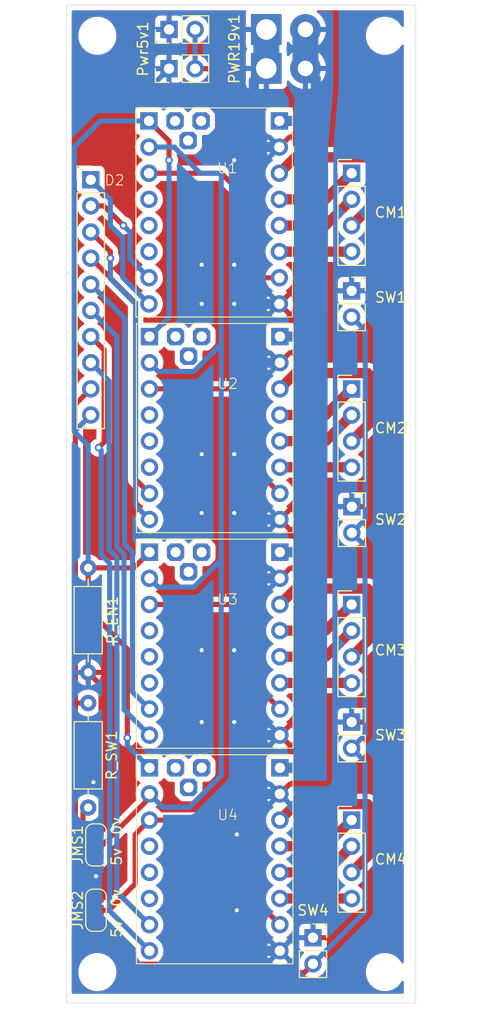
<source format=kicad_pcb>
(kicad_pcb
	(version 20240108)
	(generator "pcbnew")
	(generator_version "8.0")
	(general
		(thickness 1.6)
		(legacy_teardrops no)
	)
	(paper "A4")
	(layers
		(0 "F.Cu" signal)
		(31 "B.Cu" signal)
		(32 "B.Adhes" user "B.Adhesive")
		(33 "F.Adhes" user "F.Adhesive")
		(34 "B.Paste" user)
		(35 "F.Paste" user)
		(36 "B.SilkS" user "B.Silkscreen")
		(37 "F.SilkS" user "F.Silkscreen")
		(38 "B.Mask" user)
		(39 "F.Mask" user)
		(40 "Dwgs.User" user "User.Drawings")
		(41 "Cmts.User" user "User.Comments")
		(42 "Eco1.User" user "User.Eco1")
		(43 "Eco2.User" user "User.Eco2")
		(44 "Edge.Cuts" user)
		(45 "Margin" user)
		(46 "B.CrtYd" user "B.Courtyard")
		(47 "F.CrtYd" user "F.Courtyard")
		(48 "B.Fab" user)
		(49 "F.Fab" user)
		(50 "User.1" user)
		(51 "User.2" user)
		(52 "User.3" user)
		(53 "User.4" user)
		(54 "User.5" user)
		(55 "User.6" user)
		(56 "User.7" user)
		(57 "User.8" user)
		(58 "User.9" user)
	)
	(setup
		(pad_to_mask_clearance 0)
		(allow_soldermask_bridges_in_footprints no)
		(pcbplotparams
			(layerselection 0x00010fc_ffffffff)
			(plot_on_all_layers_selection 0x0000000_00000000)
			(disableapertmacros no)
			(usegerberextensions no)
			(usegerberattributes yes)
			(usegerberadvancedattributes yes)
			(creategerberjobfile yes)
			(dashed_line_dash_ratio 12.000000)
			(dashed_line_gap_ratio 3.000000)
			(svgprecision 4)
			(plotframeref no)
			(viasonmask no)
			(mode 1)
			(useauxorigin no)
			(hpglpennumber 1)
			(hpglpenspeed 20)
			(hpglpendiameter 15.000000)
			(pdf_front_fp_property_popups yes)
			(pdf_back_fp_property_popups yes)
			(dxfpolygonmode yes)
			(dxfimperialunits yes)
			(dxfusepcbnewfont yes)
			(psnegative no)
			(psa4output no)
			(plotreference yes)
			(plotvalue yes)
			(plotfptext yes)
			(plotinvisibletext no)
			(sketchpadsonfab no)
			(subtractmaskfromsilk no)
			(outputformat 1)
			(mirror no)
			(drillshape 1)
			(scaleselection 1)
			(outputdirectory "")
		)
	)
	(net 0 "")
	(net 1 "+5V")
	(net 2 "GND")
	(net 3 "+19V")
	(net 4 "unconnected-(U1-Clock-Pad6)")
	(net 5 "unconnected-(U1-UART-Pad4)")
	(net 6 "unconnected-(U1-VREF-Pad9)")
	(net 7 "unconnected-(U1-DIAG-Pad10)")
	(net 8 "unconnected-(U1-UART-Pad5)")
	(net 9 "unconnected-(U2-UART-Pad5)")
	(net 10 "unconnected-(U2-UART-Pad4)")
	(net 11 "unconnected-(U2-Clock-Pad6)")
	(net 12 "unconnected-(U2-VREF-Pad9)")
	(net 13 "unconnected-(U2-DIAG-Pad10)")
	(net 14 "unconnected-(U3-UART-Pad4)")
	(net 15 "unconnected-(U3-UART-Pad5)")
	(net 16 "unconnected-(U3-VREF-Pad9)")
	(net 17 "unconnected-(U3-DIAG-Pad10)")
	(net 18 "unconnected-(U3-Clock-Pad6)")
	(net 19 "unconnected-(U4-UART-Pad5)")
	(net 20 "unconnected-(U4-VREF-Pad9)")
	(net 21 "unconnected-(U4-Clock-Pad6)")
	(net 22 "Net-(JMS1-C)")
	(net 23 "Net-(JMS2-C)")
	(net 24 "unconnected-(U4-UART-Pad4)")
	(net 25 "unconnected-(U4-DIAG-Pad10)")
	(net 26 "Net-(CM1-Pin_1)")
	(net 27 "Net-(CM1-Pin_4)")
	(net 28 "Net-(CM1-Pin_2)")
	(net 29 "Net-(CM1-Pin_3)")
	(net 30 "Net-(CM2-Pin_3)")
	(net 31 "Net-(CM2-Pin_4)")
	(net 32 "Net-(CM2-Pin_1)")
	(net 33 "Net-(CM2-Pin_2)")
	(net 34 "Net-(CM3-Pin_4)")
	(net 35 "Net-(CM3-Pin_2)")
	(net 36 "Net-(CM3-Pin_1)")
	(net 37 "Net-(CM3-Pin_3)")
	(net 38 "Net-(CM4-Pin_1)")
	(net 39 "Net-(CM4-Pin_3)")
	(net 40 "Net-(CM4-Pin_4)")
	(net 41 "Net-(CM4-Pin_2)")
	(net 42 "Net-(ArduinoConnection1-D7)")
	(net 43 "Net-(ArduinoConnection1-D2)")
	(net 44 "Net-(ArduinoConnection1-D4)")
	(net 45 "Net-(ArduinoConnection1-D8)")
	(net 46 "Net-(ArduinoConnection1-D6)")
	(net 47 "Net-(ArduinoConnection1-D11)")
	(net 48 "Net-(ArduinoConnection1-D3)")
	(net 49 "Net-(ArduinoConnection1-D10)")
	(net 50 "Net-(ArduinoConnection1-D9)")
	(net 51 "Net-(ArduinoConnection1-D5)")
	(footprint "Connector_PinHeader_2.54mm:PinHeader_1x04_P2.54mm_Vertical" (layer "F.Cu") (at 111.76 128.28))
	(footprint "Connector_PinSocket_2.54mm:PinSocket_1x02_P2.54mm_Vertical" (layer "F.Cu") (at 111.785 118.765))
	(footprint "Jumper:SolderJumper-3_P1.3mm_Open_RoundedPad1.0x1.5mm_NumberLabels" (layer "F.Cu") (at 86.868 157.988 90))
	(footprint "Connector_PinHeader_2.54mm:PinHeader_1x04_P2.54mm_Vertical" (layer "F.Cu") (at 111.76 86.36))
	(footprint "TMC2209:Bigtreetech_TMC2209" (layer "F.Cu") (at 99.695 107.315))
	(footprint "MountingHole:MountingHole_3.2mm_M3" (layer "F.Cu") (at 115 164))
	(footprint "TMC2209:Bigtreetech_TMC2209" (layer "F.Cu") (at 99.645 86.36))
	(footprint "TMC2209:Bigtreetech_TMC2209" (layer "F.Cu") (at 99.695 128.27))
	(footprint "Connector_PinSocket_2.54mm:PinSocket_1x02_P2.54mm_Vertical" (layer "F.Cu") (at 111.76 139.7))
	(footprint "TMC2209:Bigtreetech_TMC2209" (layer "F.Cu") (at 99.695 149.225))
	(footprint "Connector_PinSocket_2.54mm:PinSocket_1x02_P2.54mm_Vertical" (layer "F.Cu") (at 108 160.655))
	(footprint "Connector_PinHeader_2.54mm:PinHeader_1x02_P2.54mm_Vertical" (layer "F.Cu") (at 93.975 76.2 90))
	(footprint "Jumper:SolderJumper-3_P1.3mm_Open_RoundedPad1.0x1.5mm_NumberLabels" (layer "F.Cu") (at 86.868 151.638 90))
	(footprint "Resistor_THT:R_Axial_DIN0207_L6.3mm_D2.5mm_P10.16mm_Horizontal" (layer "F.Cu") (at 86.106 124.714 -90))
	(footprint "Connector_PinHeader_2.54mm:PinHeader_1x04_P2.54mm_Vertical" (layer "F.Cu") (at 111.76 107.325))
	(footprint "MountingHole:MountingHole_3.2mm_M3" (layer "F.Cu") (at 115 73))
	(footprint "MountingHole:MountingHole_3.2mm_M3" (layer "F.Cu") (at 87 164))
	(footprint "Connector_PinHeader_2.54mm:PinHeader_1x10_P2.54mm_Vertical" (layer "F.Cu") (at 86.36 86.995))
	(footprint "Connector_PinSocket_2.54mm:PinSocket_1x02_P2.54mm_Vertical" (layer "F.Cu") (at 103.4525 76.175 90))
	(footprint "MountingHole:MountingHole_3.2mm_M3" (layer "F.Cu") (at 87 73))
	(footprint "Connector_PinHeader_2.54mm:PinHeader_1x02_P2.54mm_Vertical" (layer "F.Cu") (at 93.98 72.39 90))
	(footprint "Connector_PinHeader_2.54mm:PinHeader_1x04_P2.54mm_Vertical" (layer "F.Cu") (at 111.76 149.225))
	(footprint "Connector_PinSocket_2.54mm:PinSocket_1x02_P2.54mm_Vertical" (layer "F.Cu") (at 111.76 97.79))
	(footprint "Resistor_THT:R_Axial_DIN0207_L6.3mm_D2.5mm_P10.16mm_Horizontal" (layer "F.Cu") (at 86.106 148.009 90))
	(footprint "Connector_PinSocket_2.54mm:PinSocket_1x02_P2.54mm_Vertical" (layer "F.Cu") (at 103.4525 72.39 90))
	(gr_rect
		(start 84 70.025)
		(end 118 167)
		(stroke
			(width 0.05)
			(type default)
		)
		(fill none)
		(layer "Edge.Cuts")
		(uuid "d461bf42-ddb5-4d39-bf75-d94bf417f135")
	)
	(gr_text "D2\n"
		(at 87.63 87.63 0)
		(layer "F.SilkS")
		(uuid "6c527a17-e769-49cd-a305-4ffb1a300aa9")
		(effects
			(font
				(size 1 1)
				(thickness 0.1)
			)
			(justify left bottom)
		)
	)
	(segment
		(start 90.805 163.225)
		(end 86.868 159.288)
		(width 0.5)
		(layer "F.Cu")
		(net 1)
		(uuid "0c242289-bd19-43f2-a1bf-ca875de3b01d")
	)
	(segment
		(start 86.868 159.288)
		(end 86.018 159.288)
		(width 0.5)
		(layer "F.Cu")
		(net 1)
		(uuid "1558aa64-9628-4c7c-a040-e24129c982fa")
	)
	(segment
		(start 102.235 114.935)
		(end 102.235 135.89)
		(width 0.5)
		(layer "F.Cu")
		(net 1)
		(uuid "1b3519d1-1f5e-4e8d-9b55-3a54bc5003eb")
	)
	(segment
		(start 97 161)
		(end 94.775 163.225)
		(width 0.5)
		(layer "F.Cu")
		(net 1)
		(uuid "2328d752-b12a-42de-b4ab-f82a8a316b41")
	)
	(segment
		(start 102.235 135.89)
		(end 104.775 138.43)
		(width 0.5)
		(layer "F.Cu")
		(net 1)
		(uuid "42795cf1-b9f3-4b31-917e-834efd7cd5ce")
	)
	(segment
		(start 85.598 152.518)
		(end 85.598 148.517)
		(width 0.5)
		(layer "F.Cu")
		(net 1)
		(uuid "61d569da-d7e3-4a92-9fe2-6a64e6bc617e")
	)
	(segment
		(start 85.598 148.517)
		(end 86.106 148.009)
		(width 0.5)
		(layer "F.Cu")
		(net 1)
		(uuid "65654e1a-de2c-402f-9673-bc6b6f711bbc")
	)
	(segment
		(start 102.235 135.89)
		(end 102.235 156.845)
		(width 0.5)
		(layer "F.Cu")
		(net 1)
		(uuid "6829b959-bc42-4778-a1b4-4df444bdbbbc")
	)
	(segment
		(start 86.868 152.938)
		(end 86.018 152.938)
		(width 0.5)
		(layer "F.Cu")
		(net 1)
		(uuid "7c509b0f-5ef8-4fd7-b51f-6c23f8a8d92a")
	)
	(segment
		(start 97.79 76.2)
		(end 96.515 76.2)
		(width 0.5)
		(layer "F.Cu")
		(net 1)
		(uuid "7c6757b4-ac07-4405-b8ff-e30b66fee4eb")
	)
	(segment
		(start 85.663 158.933)
		(end 85.663 154.143)
		(width 0.5)
		(layer "F.Cu")
		(net 1)
		(uuid "8d9c5b22-1ccc-4821-b880-884c8e763ad1")
	)
	(segment
		(start 102.235 96.52)
		(end 102.235 114.935)
		(width 0.5)
		(layer "F.Cu")
		(net 1)
		(uuid "9213a3a1-9cdb-434b-8dd7-13c30a89f5cc")
	)
	(segment
		(start 86.018 159.288)
		(end 85.663 158.933)
		(width 0.5)
		(layer "F.Cu")
		(net 1)
		(uuid "974b1495-cfbc-43c2-8693-f7c968da832b")
	)
	(segment
		(start 102 161)
		(end 102.235 160.765)
		(width 0.5)
		(layer "F.Cu")
		(net 1)
		(uuid "a6040e95-26e5-4be9-9c25-9ed4deaebb9c")
	)
	(segment
		(start 102.235 160.765)
		(end 102.235 156.845)
		(width 0.5)
		(layer "F.Cu")
		(net 1)
		(uuid "b3bac5bd-8429-4344-beb8-6d10f34658ac")
	)
	(segment
		(start 102.235 96.52)
		(end 102.235 80.645)
		(width 0.5)
		(layer "F.Cu")
		(net 1)
		(uuid "bc2fe25b-bd8c-4a54-bc52-87a899a17a41")
	)
	(segment
		(start 94.775 163.225)
		(end 90.805 163.225)
		(width 0.5)
		(layer "F.Cu")
		(net 1)
		(uuid "c5dcabf9-9ae9-446a-8e2c-7f90c202a9e7")
	)
	(segment
		(start 102.235 114.935)
		(end 104.775 117.475)
		(width 0.5)
		(layer "F.Cu")
		(net 1)
		(uuid "ccde09d7-97f7-4553-9d04-0c90b4ac0fea")
	)
	(segment
		(start 97 161)
		(end 102 161)
		(width 0.5)
		(layer "F.Cu")
		(net 1)
		(uuid "d37e0c75-263d-4fdf-b1c0-94544ea99395")
	)
	(segment
		(start 85.663 154.143)
		(end 86.868 152.938)
		(width 0.5)
		(layer "F.Cu")
		(net 1)
		(uuid "e0150f8d-18c4-4701-80e5-9005111e49cd")
	)
	(segment
		(start 102.235 156.845)
		(end 104.775 159.385)
		(width 0.5)
		(layer "F.Cu")
		(net 1)
		(uuid "eab3be4b-c140-4e5f-9dab-bdb6f6356256")
	)
	(segment
		(start 104.725 96.52)
		(end 102.235 96.52)
		(width 0.5)
		(layer "F.Cu")
		(net 1)
		(uuid "f7532c8d-ce53-4beb-8caa-e86b8671aaff")
	)
	(segment
		(start 86.018 152.938)
		(end 85.598 152.518)
		(width 0.5)
		(layer "F.Cu")
		(net 1)
		(uuid "fc6870d6-9fe4-494d-b49f-1129322a5e0a")
	)
	(segment
		(start 102.235 80.645)
		(end 97.79 76.2)
		(width 0.5)
		(layer "F.Cu")
		(net 1)
		(uuid "fd9f1c66-576f-4fd1-adc3-b00536b693a8")
	)
	(segment
		(start 96.515 72.395)
		(end 96.52 72.39)
		(width 0.5)
		(layer "B.Cu")
		(net 1)
		(uuid "78c02c31-2efc-4643-b83b-856dcd49c67a")
	)
	(segment
		(start 96.515 76.2)
		(end 96.515 72.395)
		(width 0.5)
		(layer "B.Cu")
		(net 1)
		(uuid "a0aaa6c3-3247-4ac6-80be-d7fe371450ed")
	)
	(segment
		(start 111.76 97.79)
		(end 105.995 97.79)
		(width 0.5)
		(layer "F.Cu")
		(net 2)
		(uuid "04197c09-ad93-49be-9464-b3613f8ed973")
	)
	(segment
		(start 87.356 146.264)
		(end 91.126 142.494)
		(width 0.5)
		(layer "F.Cu")
		(net 2)
		(uuid "152ec285-cc22-4e37-b6aa-34db0ae263c5")
	)
	(segment
		(start 100.33 132.715)
		(end 100.33 139.7)
		(width 0.5)
		(layer "F.Cu")
		(net 2)
		(uuid "17e1c9d5-0fd8-4fad-9f84-91d1ace74dea")
	)
	(segment
		(start 97.155 99.06)
		(end 97.65 99.06)
		(width 0.5)
		(layer "F.Cu")
		(net 2)
		(uuid "1a4bcd2d-65dc-40b1-a941-08ff864baa37")
	)
	(segment
		(start 100.33 113.665)
		(end 97.155 113.665)
		(width 0.5)
		(layer "F.Cu")
		(net 2)
		(uuid "1ad1ce7a-4b77-45e1-be3f-3a73f269294a")
	)
	(segment
		(start 87.356 149.85)
		(end 87.356 147.3)
		(width 0.5)
		(layer "F.Cu")
		(net 2)
		(uuid "1ba1a7b4-2738-482e-a043-a1b4fdfd0b60")
	)
	(segment
		(start 104.775 120.015)
		(end 106.025 118.765)
		(width 0.5)
		(layer "F.Cu")
		(net 2)
		(uuid "2573b83e-79df-446b-8a92-78da798989a5")
	)
	(segment
		(start 87.356 147.3)
		(end 87.356 146.264)
		(width 0.5)
		(layer "F.Cu")
		(net 2)
		(uuid "26adebb9-d850-4f3f-adc7-f4a531d38599")
	)
	(segment
		(start 100.33 99.06)
		(end 100.33 95.25)
		(width 0.5)
		(layer "F.Cu")
		(net 2)
		(uuid "2da53aee-7669-460d-ac83-f3c9608dccaf")
	)
	(segment
		(start 91.126 142.494)
		(end 97.536 142.494)
		(width 0.5)
		(layer "F.Cu")
		(net 2)
		(uuid "3b184fcc-07b5-4610-91c7-eb668193f1a4")
	)
	(segment
		(start 86.614 145.542)
		(end 87.336 146.264)
		(width 0.5)
		(layer "F.Cu")
		(net 2)
		(uuid "3bb1d3c5-b0d5-4a97-b9bf-dad9c87af600")
	)
	(segment
		(start 87.336 146.264)
		(end 87.356 146.264)
		(width 0.5)
		(layer "F.Cu")
		(net 2)
		(uuid "3c1376de-ff8e-446b-a38b-6ea3ff7691ec")
	)
	(segment
		(start 108 160.655)
		(end 106.045 160.655)
		(width 0.5)
		(layer "F.Cu")
		(net 2)
		(uuid "3f85c39d-bc39-47c2-b114-cc8d95a71c3c")
	)
	(segment
		(start 105.995 97.79)
		(end 104.725 99.06)
		(width 0.5)
		(layer "F.Cu")
		(net 2)
		(uuid "5a18823f-600d-411e-a056-a013af43996f")
	)
	(segment
		(start 100.33 119.38)
		(end 97.155 119.38)
		(width 0.5)
		(layer "F.Cu")
		(net 2)
		(uuid "63523c61-f48e-4908-bcb5-c05f99819170")
	)
	(segment
		(start 100.33 119.38)
		(end 100.33 113.665)
		(width 0.5)
		(layer "F.Cu")
		(net 2)
		(uuid "85a72934-b38d-4168-a0c8-e5cbcb1a579d")
	)
	(segment
		(start 100.33 95.25)
		(end 97.155 95.25)
		(width 0.5)
		(layer "F.Cu")
		(net 2)
		(uuid "899593f3-9d7c-4cf1-9630-977a17fa993b")
	)
	(segment
		(start 87.356 136.124)
		(end 86.106 134.874)
		(width 0.5)
		(layer "F.Cu")
		(net 2)
		(uuid "928a8587-6f3c-42a2-9e7d-18668304d9bb")
	)
	(segment
		(start 100.33 139.7)
		(end 97.155 139.7)
		(width 0.5)
		(layer "F.Cu")
		(net 2)
		(uuid "9347c49b-b591-43c0-aca4-709f0e666441")
	)
	(segment
		(start 86.868 154.686)
		(end 86.868 156.688)
		(width 0.5)
		(layer "F.Cu")
		(net 2)
		(uuid "ae4062ac-ea8c-446d-bd27-41c12a73d4f5")
	)
	(segment
		(start 106.025 118.765)
		(end 111.785 118.765)
		(width 0.5)
		(layer "F.Cu")
		(net 2)
		(uuid "c5d5ddd5-5275-440a-84a0-97e3c979ec48")
	)
	(segment
		(start 100.33 132.715)
		(end 97.155 132.715)
		(width 0.5)
		(layer "F.Cu")
		(net 2)
		(uuid "c708b357-f1f3-46f7-b393-da16dfc3a000")
	)
	(segment
		(start 100.33 99.06)
		(end 97.155 99.06)
		(width 0.5)
		(layer "F.Cu")
		(net 2)
		(uuid "c9da4b8a-c998-4d7c-b2ce-d139619a07c0")
	)
	(segment
		(start 106.045 160.655)
		(end 104.775 161.925)
		(width 0.5)
		(layer "F.Cu")
		(net 2)
		(uuid "cedfaa32-e77c-48db-a5b7-a78ddf25748a")
	)
	(segment
		(start 97.536 142.494)
		(end 100.33 139.7)
		(width 0.5)
		(layer "F.Cu")
		(net 2)
		(uuid "d375d9d0-b127-48e0-894e-acc08031b2c4")
	)
	(segment
		(start 87.356 146.264)
		(end 87.356 136.124)
		(width 0.5)
		(layer "F.Cu")
		(net 2)
		(uuid "e48d4602-86af-4aec-a757-564f96368864")
	)
	(segment
		(start 104.775 140.97)
		(end 106.045 139.7)
		(width 0.5)
		(layer "F.Cu")
		(net 2)
		(uuid "f12f4956-4818-4d63-9fc1-5bb18d8c6309")
	)
	(segment
		(start 86.868 150.338)
		(end 87.356 149.85)
		(width 0.5)
		(layer "F.Cu")
		(net 2)
		(uuid "f53e879a-70ce-44d5-8b63-4ce14c7ea4aa")
	)
	(segment
		(start 106.045 139.7)
		(end 111.76 139.7)
		(width 0.5)
		(layer "F.Cu")
		(net 2)
		(uuid "ff9c3a04-221d-4488-a200-a9acf66d4114")
	)
	(via
		(at 100.33 95.25)
		(size 0.75)
		(drill 0.4)
		(layers "F.Cu" "B.Cu")
		(free yes)
		(net 2)
		(uuid "06890ce1-b7ec-4525-b57b-d147c968eca8")
	)
	(via
		(at 100.33 132.715)
		(size 0.75)
		(drill 0.4)
		(layers "F.Cu" "B.Cu")
		(free yes)
		(net 2)
		(uuid "08ef055b-8981-4a76-80af-edc1903bea85")
	)
	(via
		(at 86.614 145.542)
		(size 0.75)
		(drill 0.4)
		(layers "F.Cu" "B.Cu")
		(free yes)
		(net 2)
		(uuid "0bd88ee2-f449-4c5a-b28a-ee0dc946fb55")
	)
	(via
		(at 97.155 99.06)
		(size 0.75)
		(drill 0.4)
		(layers "F.Cu" "B.Cu")
		(net 2)
		(uuid "1bae8811-7675-4a7e-8c0d-93c62dcd4b93")
	)
	(via
		(at 97.155 132.715)
		(size 0.75)
		(drill 0.4)
		(layers "F.Cu" "B.Cu")
		(net 2)
		(uuid "3c01b619-4faf-4568-892e-728dcc79ece0")
	)
	(via
		(at 100.33 85.09)
		(size 0.75)
		(drill 0.4)
		(layers "F.Cu" "B.Cu")
		(free yes)
		(net 2)
		(uuid "3ef69639-f975-4728-89aa-710617b9ec92")
	)
	(via
		(at 100.33 119.38)
		(size 0.75)
		(drill 0.4)
		(layers "F.Cu" "B.Cu")
		(free yes)
		(net 2)
		(uuid "602d32bd-fd2c-48f1-bd75-8ed113496346")
	)
	(via
		(at 100.33 113.665)
		(size 0.75)
		(drill 0.4)
		(layers "F.Cu" "B.Cu")
		(free yes)
		(net 2)
		(uuid "8c261465-af12-40ff-bfd5-1d1ac929dc9a")
	)
	(via
		(at 100.584 150.622)
		(size 0.75)
		(drill 0.4)
		(layers "F.Cu" "B.Cu")
		(free yes)
		(net 2)
		(uuid "9c8d668a-7ad6-43cd-a452-bcce6bbb9ab2")
	)
	(via
		(at 97.155 119.38)
		(size 0.75)
		(drill 0.4)
		(layers "F.Cu" "B.Cu")
		(net 2)
		(uuid "a5bdb292-a4dc-4190-a9fb-e177ca3b71a5")
	)
	(via
		(at 97.155 113.665)
		(size 0.75)
		(drill 0.4)
		(layers "F.Cu" "B.Cu")
		(net 2)
		(uuid "aa67c601-d269-459e-8916-1495103fc965")
	)
	(via
		(at 97.155 95.25)
		(size 0.75)
		(drill 0.4)
		(layers "F.Cu" "B.Cu")
		(net 2)
		(uuid "ab8fe330-326b-48b4-b815-d6e103da4ac4")
	)
	(via
		(at 100.33 99.06)
		(size 0.75)
		(drill 0.4)
		(layers "F.Cu" "B.Cu")
		(free yes)
		(net 2)
		(uuid "b4f4c1ad-c04e-4cf3-9081-8a5f10a1c3cc")
	)
	(via
		(at 97.155 139.7)
		(size 0.75)
		(drill 0.4)
		(layers "F.Cu" "B.Cu")
		(net 2)
		(uuid "bba5ee6b-39cc-434a-8fac-ab9bf177b051")
	)
	(via
		(at 86.868 154.686)
		(size 0.75)
		(drill 0.4)
		(layers "F.Cu" "B.Cu")
		(free yes)
		(net 2)
		(uuid "c0f84aef-31dc-49b9-a52b-53aeda15c911")
	)
	(via
		(at 100.584 157.988)
		(size 0.75)
		(drill 0.4)
		(layers "F.Cu" "B.Cu")
		(free yes)
		(net 2)
		(uuid "c6021afa-d8f6-4322-8076-0d599dfc0b93")
	)
	(via
		(at 100.33 139.7)
		(size 0.75)
		(drill 0.4)
		(layers "F.Cu" "B.Cu")
		(free yes)
		(net 2)
		(uuid "d2a0a04e-3e65-4235-99d0-f16225d8a9e5")
	)
	(segment
		(start 102.87 104.775)
		(end 102.235 105.41)
		(width 1)
		(layer "B.Cu")
		(net 2)
		(uuid "0270793b-d143-4182-9fdd-5330a615e53e")
	)
	(segment
		(start 102.235 126.365)
		(end 102.235 141.605)
		(width 1)
		(layer "B.Cu")
		(net 2)
		(uuid "0e7a6131-e3a6-4a2d-84a1-c14e3a9749a0")
	)
	(segment
		(start 100.584 150.622)
		(end 102.235 152.273)
		(width 0.5)
		(layer "B.Cu")
		(net 2)
		(uuid "133587c7-a8f6-425b-879e-7a93f5b6ba96")
	)
	(segment
		(start 102.87 140.97)
		(end 102.235 141.605)
		(width 1)
		(layer "B.Cu")
		(net 2)
		(uuid "1d3feb92-4ccf-47b8-940f-8188bc55ab64")
	)
	(segment
		(start 104.775 161.925)
		(end 102.235 161.925)
		(width 1)
		(layer "B.Cu")
		(net 2)
		(uuid "24178910-29e8-4e82-98d0-f3ec7f9f0e78")
	)
	(segment
		(start 102.235 158.75)
		(end 101.346 158.75)
		(width 0.5)
		(layer "B.Cu")
		(net 2)
		(uuid "374c1d08-13f8-438e-afaf-ecb05e83679f")
	)
	(segment
		(start 100.965 119.38)
		(end 102.235 120.65)
		(width 0.5)
		(layer "B.Cu")
		(net 2)
		(uuid "418a8376-366b-45e4-8ed0-06f762606f72")
	)
	(segment
		(start 104.725 99.06)
		(end 102.87 99.06)
		(width 1)
		(layer "B.Cu")
		(net 2)
		(uuid "46ef2a9c-b5c6-421e-a5b7-df60406224e4")
	)
	(segment
		(start 101.346 158.75)
		(end 100.584 157.988)
		(width 0.5)
		(layer "B.Cu")
		(net 2)
		(uuid "4bff9001-f757-479c-9398-b8998ba518dd")
	)
	(segment
		(start 102.235 152.654)
		(end 102.235 146.685)
		(width 1)
		(layer "B.Cu")
		(net 2)
		(uuid "4d7f1c88-d0c5-46e2-bed1-7c0e7f717ea3")
	)
	(segment
		(start 102.235 99.695)
		(end 102.235 105.41)
		(width 1)
		(layer "B.Cu")
		(net 2)
		(uuid "4f73c1af-b208-4a59-8c95-0d36fdaaef9b")
	)
	(segment
		(start 90.805 79.375)
		(end 100.965 79.375)
		(width 0.5)
		(layer "B.Cu")
		(net 2)
		(uuid "5630bcc3-a91a-40c6-9c37-01977ba7c6cf")
	)
	(segment
		(start 104.775 146.685)
		(end 102.235 146.685)
		(width 1)
		(layer "B.Cu")
		(net 2)
		(uuid "588e8a06-1249-40fe-ae29-352fd1bf24ad")
	)
	(segment
		(start 100.33 139.7)
		(end 102.235 141.605)
		(width 0.5)
		(layer "B.Cu")
		(net 2)
		(uuid "60e38f40-3b88-4cbd-a1ce-0fb5f4871fbb")
	)
	(segment
		(start 104.775 140.97)
		(end 102.87 140.97)
		(width 1)
		(layer "B.Cu")
		(net 2)
		(uuid "620b7db5-6077-4243-a7c7-72ea50f997ae")
	)
	(segment
		(start 102.235 105.41)
		(end 102.235 120.65)
		(width 1)
		(layer "B.Cu")
		(net 2)
		(uuid "69e164c1-7c6c-4861-bbe1-0610812f4909")
	)
	(segment
		(start 87.356 146.284)
		(end 86.614 145.542)
		(width 0.5)
		(layer "B.Cu")
		(net 2)
		(uuid "6d03dd75-025e-4b64-bba2-13f433940347")
	)
	(segment
		(start 104.725 83.82)
		(end 102.235 83.82)
		(width 1)
		(layer "B.Cu")
		(net 2)
		(uuid "6e598b07-29e1-4336-b4a3-84d713991f1f")
	)
	(segment
		(start 102.235 120.65)
		(end 102.235 126.365)
		(width 1)
		(layer "B.Cu")
		(net 2)
		(uuid "7bafc99c-188f-49e8-babc-e53166dc1403")
	)
	(segment
		(start 102.87 99.06)
		(end 102.235 99.695)
		(width 1)
		(layer "B.Cu")
		(net 2)
		(uuid "7ca7a55a-fbdd-430d-b5fc-26a0f5771e5b")
	)
	(segment
		(start 102.235 161.925)
		(end 102.235 158.75)
		(width 1)
		(layer "B.Cu")
		(net 2)
		(uuid "81a9e8ff-d04b-4000-80bb-d8c87cb8bd03")
	)
	(segment
		(start 101.6 99.06)
		(end 102.235 99.695)
		(width 0.5)
		(layer "B.Cu")
		(net 2)
		(uuid "81c5ca4b-224f-4863-bfa4-000351d3022e")
	)
	(segment
		(start 102.235 83.82)
		(end 102.235 77.3925)
		(width 1)
		(layer "B.Cu")
		(net 2)
		(uuid "8236303d-e76c-42db-a3e4-15cc54f63c9a")
	)
	(segment
		(start 102.87 120.015)
		(end 102.235 120.65)
		(width 1)
		(layer "B.Cu")
		(net 2)
		(uuid "85d5f0e2-d8f2-4a67-b16a-bc814caafcc3")
	)
	(segment
		(start 102.235 158.75)
		(end 102.235 152.654)
		(width 1)
		(layer "B.Cu")
		(net 2)
		(uuid "873e41e4-49df-43e3-9d86-31d96ca096ea")
	)
	(segment
		(start 102.87 125.73)
		(end 102.235 126.365)
		(width 1)
		(layer "B.Cu")
		(net 2)
		(uuid "88bfaa29-22ae-4b87-93ab-ab005a435887")
	)
	(segment
		(start 93.975 76.2)
		(end 93.975 76.205)
		(width 0.5)
		(layer "B.Cu")
		(net 2)
		(uuid "8e28e677-c970-4f17-8fe0-59df4afe7fcb")
	)
	(segment
		(start 87.356 154.198)
		(end 87.356 146.284)
		(width 0.5)
		(layer "B.Cu")
		(net 2)
		(uuid "9b152d9c-82ec-43bb-abe1-9d2d31eb31a8")
	)
	(segment
		(start 102.235 80.645)
		(end 102.235 83.82)
		(width 0.5)
		(layer "B.Cu")
		(net 2)
		(uuid "9f12a2a8-946f-4962-a641-4018fdb3e865")
	)
	(segment
		(start 104.775 104.775)
		(end 102.87 104.775)
		(width 1)
		(layer "B.Cu")
		(net 2)
		(uuid "a0dd5349-4e23-4b78-be5d-e8460008079b")
	)
	(segment
		(start 93.975 76.205)
		(end 90.805 79.375)
		(width 0.5)
		(layer "B.Cu")
		(net 2)
		(uuid "bc30227d-de38-4d64-a697-50d4cdf881d8")
	)
	(segment
		(start 100.33 119.38)
		(end 100.965 119.38)
		(width 0.5)
		(layer "B.Cu")
		(net 2)
		(uuid "bcc88b7b-6838-4cb6-bdd5-d88fe1bf1a0d")
	)
	(segment
		(start 102.235 152.273)
		(end 102.235 152.654)
		(width 0.5)
		(layer "B.Cu")
		(net 2)
		(uuid "bf40163b-aadc-4bc3-b63d-ba18f2b21b57")
	)
	(segment
		(start 102.235 141.605)
		(end 102.235 146.685)
		(width 1)
		(layer "B.Cu")
		(net 2)
		(uuid "c46e68c6-1f61-444b-815f-0f1cc5ca27e3")
	)
	(segment
		(start 100.33 99.06)
		(end 101.6 99.06)
		(width 0.5)
		(layer "B.Cu")
		(net 2)
		(uuid "c65fa542-af86-470e-ab71-40c1508a8d7f")
	)
	(segment
		(start 100.965 79.375)
		(end 102.235 80.645)
		(width 0.5)
		(layer "B.Cu")
		(net 2)
		(uuid "d5653939-0031-4d5e-ab79-5e1a8137d538")
	)
	(segment
		(start 93.975 72.395)
		(end 93.98 72.39)
		(width 0.5)
		(layer "B.Cu")
		(net 2)
		(uuid "d6f651f4-2f8c-4220-b007-b7c077d050b5")
	)
	(segment
		(start 102.235 83.82)
		(end 102.235 99.695)
		(width 1)
		(layer "B.Cu")
		(net 2)
		(uuid "e0c2f7df-aaef-46b0-8dae-0ad888a956e1")
	)
	(segment
		(start 93.975 76.2)
		(end 93.975 72.395)
		(width 0.5)
		(layer "B.Cu")
		(net 2)
		(uuid "e560a14c-9ed1-4f9d-970d-b79acc5e779a")
	)
	(segment
		(start 86.868 154.686)
		(end 87.356 154.198)
		(width 0.5)
		(layer "B.Cu")
		(net 2)
		(uuid "ecb21498-46cf-4e08-97f8-cf975f13c85c")
	)
	(segment
		(start 104.775 120.015)
		(end 102.87 120.015)
		(width 1)
		(layer "B.Cu")
		(net 2)
		(uuid "f4e77449-5abf-4085-bd4f-835c8a752556")
	)
	(segment
		(start 103.4525 76.175)
		(end 103.4525 72.39)
		(width 2.54)
		(layer "B.Cu")
		(net 2)
		(uuid "f9cfa3a5-86e4-4683-aecf-4ea122c4b3ce")
	)
	(segment
		(start 102.235 77.3925)
		(end 103.4525 76.175)
		(width 1)
		(layer "B.Cu")
		(net 2)
		(uuid "f9f57dcb-1418-4aa0-9c64-f7c6ec8f5860")
	)
	(segment
		(start 104.775 125.73)
		(end 102.87 125.73)
		(width 1)
		(layer "B.Cu")
		(net 2)
		(uuid "fa08367c-a752-4af0-8929-2523f1fc97b4")
	)
	(segment
		(start 104.775 123.19)
		(end 107.95 123.19)
		(width 1)
		(layer "B.Cu")
		(net 3)
		(uuid "003629d2-1b9e-48bb-ac38-c2593706fe51")
	)
	(segment
		(start 104.725 81.28)
		(end 107.95 81.28)
		(width 1)
		(layer "B.Cu")
		(net 3)
		(uuid "13241b28-3d69-4213-bd90-db622998287a")
	)
	(segment
		(start 108.585 101.6)
		(end 108.585 122.555)
		(width 1)
		(layer "B.Cu")
		(net 3)
		(uuid "13e6cd19-f0dd-4b21-9964-edc18e93c216")
	)
	(segment
		(start 108.585 81.915)
		(end 108.585 101.6)
		(width 1)
		(layer "B.Cu")
		(net 3)
		(uuid "15e9eacf-73e3-4085-a83e-70976d584b74")
	)
	(segment
		(start 108.2675 81.5975)
		(end 108.585 81.915)
		(width 1)
		(layer "B.Cu")
		(net 3)
		(uuid "17ff3f75-6938-4910-922e-67132c1ee20c")
	)
	(segment
		(start 104.775 144.145)
		(end 107.95 144.145)
		(width 1)
		(layer "B.Cu")
		(net 3)
		(uuid "3d56c7f4-a8c5-46bb-8571-61c955b919b4")
	)
	(segment
		(start 104.775 102.235)
		(end 107.95 102.235)
		(width 1)
		(layer "B.Cu")
		(net 3)
		(uuid "480a88bc-72ad-43ec-b1f4-5a1039f5e07b")
	)
	(segment
		(start 108.585 122.555)
		(end 107.95 123.19)
		(width 1)
		(layer "B.Cu")
		(net 3)
		(uuid "5d60aeca-321b-4ca5-9659-de03f7f31fcd")
	)
	(segment
		(start 107.95 81.28)
		(end 108.2675 81.5975)
		(width 1)
		(layer "B.Cu")
		(net 3)
		(uuid "6cea9732-dc1e-44b4-9db4-67f38b7aa579")
	)
	(segment
		(start 107.2625 72.39)
		(end 107.2625 76.175)
		(width 2.54)
		(layer "B.Cu")
		(net 3)
		(uuid "9d1a084a-af30-407a-99bc-8705578353a4")
	)
	(segment
		(start 108.2675 143.8275)
		(end 107.95 144.145)
		(width 1)
		(layer "B.Cu")
		(net 3)
		(uuid "9db090d5-841d-4975-b208-1832a222837d")
	)
	(segment
		(start 108.585 122.555)
		(end 108.2675 122.8725)
		(width 1)
		(layer "B.Cu")
		(net 3)
		(uuid "a8cdf106-6e0f-4bba-803b-18d4e61c2373")
	)
	(segment
		(start 108.2675 77.18)
		(end 107.2625 76.175)
		(width 1)
		(layer "B.Cu")
		(net 3)
		(uuid "bb0ff674-05f0-4b6c-9757-b6a323a0e093")
	)
	(segment
		(start 108.2675 122.8725)
		(end 108.2675 143.8275)
		(width 1)
		(layer "B.Cu")
		(net 3)
		(uuid "f20c9fa5-f158-4455-afb1-7372cb43b435")
	)
	(segment
		(start 108.585 101.6)
		(end 107.95 102.235)
		(width 1)
		(layer "B.Cu")
		(net 3)
		(uuid "f4cb6e44-e84d-4481-9757-ab5d1bb2a85a")
	)
	(segment
		(start 108.2675 81.5975)
		(end 108.2675 77.18)
		(width 1)
		(layer "B.Cu")
		(net 3)
		(uuid "fd377616-b190-48b9-bdca-e60c37a1bc1d")
	)
	(segment
		(start 92.075 147.074468)
		(end 92.075 146.685)
		(width 0.5)
		(layer "F.Cu")
		(net 22)
		(uuid "01271acf-6e25-46a1-8a18-7a9c8f4f3a50")
	)
	(segment
		(start 86.868 151.638)
		(end 87.511468 151.638)
		(width 0.5)
		(layer "F.Cu")
		(net 22)
		(uuid "88c2cdb6-84fa-4e86-a689-cd1be662a87b")
	)
	(segment
		(start 87.511468 151.638)
		(end 92.075 147.074468)
		(width 0.5)
		(layer "F.Cu")
		(net 22)
		(uuid "a341a363-f393-4125-a7f4-91958b6cd415")
	)
	(segment
		(start 91.995 83.85)
		(end 92.025 83.82)
		(width 0.5)
		(layer "F.Cu")
		(net 22)
		(uuid "eedc3e0e-7c6c-4916-a43c-35904d13124c")
	)
	(segment
		(start 99.06 144.871396)
		(end 95.976396 147.955)
		(width 0.5)
		(layer "B.Cu")
		(net 22)
		(uuid "072fa582-d12c-44de-95b6-cc3a1c57c305")
	)
	(segment
		(start 94.535 83.82)
		(end 94.535 83.881396)
		(width 0.5)
		(layer "B.Cu")
		(net 22)
		(uuid "1f50570f-e083-4b64-82c0-2fe732cc87fb")
	)
	(segment
		(start 92.075 104.775)
		(end 92.925 105.625)
		(width 0.5)
		(layer "B.Cu")
		(net 22)
		(uuid "35c94cc7-fc24-47e5-a887-6f85436e7e0e")
	)
	(segment
		(start 99.06 86.36)
		(end 99.06 99.695)
		(width 0.5)
		(layer "B.Cu")
		(net 22)
		(uuid "41a0c6b2-9791-461c-a304-a3479b810e4e")
	)
	(segment
		(start 93.345 147.955)
		(end 92.075 146.685)
		(width 0.5)
		(layer "B.Cu")
		(net 22)
		(uuid "47a972ef-8797-480e-9bd1-4ebd45b1f947")
	)
	(segment
		(start 96.396396 105.625)
		(end 99.06 102.961396)
		(width 0.5)
		(layer "B.Cu")
		(net 22)
		(uuid "52c6bb3a-0848-43a7-ad80-a0a33b237d2c")
	)
	(segment
		(start 94.535 83.881396)
		(end 97.013604 86.36)
		(width 0.5)
		(layer "B.Cu")
		(net 22)
		(uuid "574fbbfc-831f-4d94-9fe1-6d34134260f0")
	)
	(segment
		(start 97.013604 86.36)
		(end 99.06 86.36)
		(width 0.5)
		(layer "B.Cu")
		(net 22)
		(uuid "5846fa8a-9d87-4344-9212-8023c128b18c")
	)
	(segment
		(start 92.025 83.82)
		(end 94.535 83.82)
		(width 0.5)
		(layer "B.Cu")
		(net 22)
		(uuid "76dca3e1-1067-4c75-83d2-5042ca6dee5c")
	)
	(segment
		(start 99.06 102.961396)
		(end 99.06 99.695)
		(width 0.5)
		(layer "B.Cu")
		(net 22)
		(uuid "924f01e8-4b6f-4c59-8a5c-933dde530339")
	)
	(segment
		(start 95.976396 147.955)
		(end 93.345 147.955)
		(width 0.5)
		(layer "B.Cu")
		(net 22)
		(uuid "a0f0ea66-901f-4801-b6df-b1a3af73e26e")
	)
	(segment
		(start 96.396396 126.58)
		(end 99.06 123.916396)
		(width 0.5)
		(layer "B.Cu")
		(net 22)
		(uuid "a2b9cd35-fb0e-4064-97b1-5208d3ffbc48")
	)
	(segment
		(start 92.925 105.625)
		(end 96.396396 105.625)
		(width 0.5)
		(layer "B.Cu")
		(net 22)
		(uuid "bfa9328d-c73a-4908-be30-c97ae900f9e1")
	)
	(segment
		(start 92.925 126.58)
		(end 96.396396 126.58)
		(width 0.5)
		(layer "B.Cu")
		(net 22)
		(uuid "c4c381b3-0b17-4310-b72d-44cfe5051e7c")
	)
	(segment
		(start 99.06 99.695)
		(end 99.06 121.92)
		(width 0.5)
		(layer "B.Cu")
		(net 22)
		(uuid "ebe7c04b-b7af-4222-9df0-0a9814ec98f7")
	)
	(segment
		(start 92.075 125.73)
		(end 92.925 126.58)
		(width 0.5)
		(layer "B.Cu")
		(net 22)
		(uuid "f0949cb4-5094-4889-9c21-82756aca5190")
	)
	(segment
		(start 99.06 121.92)
		(end 99.06 144.871396)
		(width 0.5)
		(layer "B.Cu")
		(net 22)
		(uuid "f5c68007-c868-4c92-8279-666f1e2fc300")
	)
	(segment
		(start 86.868 157.988)
		(end 88.118 157.988)
		(width 0.5)
		(layer "F.Cu")
		(net 23)
		(uuid "0323a626-5660-4db4-9068-0bad30a07286")
	)
	(segment
		(start 92.075 128.27)
		(end 101.535 128.27)
		(width 0.5)
		(layer "F.Cu")
		(net 23)
		(uuid "2192e406-c8c7-4106-8899-57395bb324e3")
	)
	(segment
		(start 101.535 107.315)
		(end 101.535 88.835)
		(width 0.5)
		(layer "F.Cu")
		(net 23)
		(uuid "21e8c681-c139-441c-9257-ca562a1bd7aa")
	)
	(segment
		(start 99.06 86.36)
		(end 92.025 86.36)
		(width 0.5)
		(layer "F.Cu")
		(net 23)
		(uuid "223354d8-adf8-4fe2-a8a6-980dbba1a71c")
	)
	(segment
		(start 101.535 88.835)
		(end 99.06 86.36)
		(width 0.5)
		(layer "F.Cu")
		(net 23)
		(uuid "2de3d679-5f8d-4c66-9459-4006ace5c6ae")
	)
	(segment
		(start 99.06 149.225)
		(end 101.535 146.75)
		(width 0.5)
		(layer "F.Cu")
		(net 23)
		(uuid "5350d63b-a8a8-48a4-8b3e-789f941543aa")
	)
	(segment
		(start 101.535 146.75)
		(end 101.535 128.27)
		(width 0.5)
		(layer "F.Cu")
		(net 23)
		(uuid "79588d2a-b082-4b14-8528-8156cc3dfe7e")
	)
	(segment
		(start 92.075 107.315)
		(end 101.535 107.315)
		(width 0.5)
		(layer "F.Cu")
		(net 23)
		(uuid "7e0b7b1d-6185-4e38-b753-09f02e89b3c2")
	)
	(segment
		(start 92.075 149.225)
		(end 99.06 149.225)
		(width 0.5)
		(layer "F.Cu")
		(net 23)
		(uuid "96267992-8aa0-4fd8-8ebc-2c2da426e7ef")
	)
	(segment
		(start 101.535 128.27)
		(end 101.535 107.315)
		(width 0.5)
		(layer "F.Cu")
		(net 23)
		(uuid "9cac94a4-8d9f-4975-bfd0-d222867729b6")
	)
	(segment
		(start 90.678 150.622)
		(end 92.075 149.225)
		(width 0.5)
		(layer "F.Cu")
		(net 23)
		(uuid "b3ddf133-295a-4374-9829-5d07ef679c68")
	)
	(segment
		(start 88.118 157.988)
		(end 90.678 155.428)
		(width 0.5)
		(layer "F.Cu")
		(net 23)
		(uuid "cc2cfc03-b633-4b62-81a7-4c9d4578b1c3")
	)
	(segment
		(start 90.678 155.428)
		(end 90.678 150.622)
		(width 0.5)
		(layer "F.Cu")
		(net 23)
		(uuid "ff782d20-a546-4bad-8cb4-fba61bbc02cf")
	)
	(segment
		(start 109.22 88.9)
		(end 111.76 86.36)
		(width 1)
		(layer "F.Cu")
		(net 26)
		(uuid "69401980-2625-4739-8822-f403327b09c9")
	)
	(segment
		(start 104.725 88.9)
		(end 109.22 88.9)
		(width 1)
		(layer "F.Cu")
		(net 26)
		(uuid "8e733272-563d-4ac8-bf45-d725530bd71d")
	)
	(segment
		(start 104.725 93.98)
		(end 111.76 93.98)
		(width 1)
		(layer "F.Cu")
		(net 27)
		(uuid "18756dab-810e-483d-80c5-3d822761e949")
	)
	(segment
		(start 104.725 91.44)
		(end 109.22 91.44)
		(width 1)
		(layer "F.Cu")
		(net 28)
		(uuid "38ec419a-a2dc-4fe3-92fe-898a8dbaa095")
	)
	(segment
		(start 109.22 91.44)
		(end 111.76 88.9)
		(width 1)
		(layer "F.Cu")
		(net 28)
		(uuid "9af6e85e-4037-47b5-8400-139cdc2dc234")
	)
	(segment
		(start 113.665 89.535)
		(end 111.76 91.44)
		(width 1)
		(layer "F.Cu")
		(net 29)
		(uuid "0c9e9ce0-70db-48b9-9024-017380db4e47")
	)
	(segment
		(start 113.31 84.81)
		(end 113.665 85.165)
		(width 1)
		(layer "F.Cu")
		(net 29)
		(uuid "218771a0-37c3-4bd5-8dd9-36e610082601")
	)
	(segment
		(start 113.665 85.165)
		(end 113.665 89.535)
		(width 1)
		(layer "F.Cu")
		(net 29)
		(uuid "3bce2f37-73f4-41f0-b6e9-540b495e646a")
	)
	(segment
		(start 106.275 84.81)
		(end 113.31 84.81)
		(width 1)
		(layer "F.Cu")
		(net 29)
		(uuid "a8613189-7da6-4e1d-9cf2-92e3b8d82a61")
	)
	(segment
		(start 104.725 86.36)
		(end 106.275 84.81)
		(width 1)
		(layer "F.Cu")
		(net 29)
		(uuid "ebc455ec-cf4d-4829-b000-48936269efd6")
	)
	(segment
		(start 106.315 105.775)
		(end 113.31 105.775)
		(width 1)
		(layer "F.Cu")
		(net 30)
		(uuid "00589f07-620e-4569-ac01-9c86507895ca")
	)
	(segment
		(start 113.665 110.5)
		(end 111.76 112.405)
		(width 1)
		(layer "F.Cu")
		(net 30)
		(uuid "1b26533c-c900-4672-ace0-123bb134dff6")
	)
	(segment
		(start 104.775 107.315)
		(end 106.315 105.775)
		(width 1)
		(layer "F.Cu")
		(net 30)
		(uuid "2ae908bd-03ab-4278-9927-653b7c3e1aa3")
	)
	(segment
		(start 113.31 105.775)
		(end 113.665 106.13)
		(width 1)
		(layer "F.Cu")
		(net 30)
		(uuid "59569372-b209-4bbc-ad4e-9a4ad4e89e8f")
	)
	(segment
		(start 113.665 106.13)
		(end 113.665 110.5)
		(width 1)
		(layer "F.Cu")
		(net 30)
		(uuid "b38091a3-057e-4ec2-a88b-22d3a737895a")
	)
	(segment
		(start 104.775 114.935)
		(end 111.75 114.935)
		(width 1)
		(layer "F.Cu")
		(net 31)
		(uuid "0fb1b77f-3019-4ea4-9c96-bae101ac8a8d")
	)
	(segment
		(start 111.75 114.935)
		(end 111.76 114.945)
		(width 1)
		(layer "F.Cu")
		(net 31)
		(uuid "31038492-98d3-4be9-b2dc-19b56c52b45d")
	)
	(segment
		(start 109.23 109.855)
		(end 111.76 107.325)
		(width 1)
		(layer "F.Cu")
		(net 32)
		(uuid "844ef4b3-e1bc-432d-b5f9-0decad101c67")
	)
	(segment
		(start 104.775 109.855)
		(end 109.23 109.855)
		(width 1)
		(layer "F.Cu")
		(net 32)
		(uuid "f9418440-fe8a-4a22-b7b6-db9b6c80818a")
	)
	(segment
		(start 104.775 112.395)
		(end 109.23 112.395)
		(width 1)
		(layer "F.Cu")
		(net 33)
		(uuid "7c2f422f-e51a-4664-ad49-616c0b6c7385")
	)
	(segment
		(start 109.23 112.395)
		(end 111.76 109.865)
		(width 1)
		(layer "F.Cu")
		(net 33)
		(uuid "80f013c0-913b-47dc-8cf7-410dabd2fabf")
	)
	(segment
		(start 104.775 135.89)
		(end 111.75 135.89)
		(width 1)
		(layer "F.Cu")
		(net 34)
		(uuid "12f924b3-dfcc-4d92-8865-f5eb9f947e38")
	)
	(segment
		(start 111.75 135.89)
		(end 111.76 135.9)
		(width 1)
		(layer "F.Cu")
		(net 34)
		(uuid "94159028-2e26-494f-a4b1-9971b9a1e40b")
	)
	(segment
		(start 104.775 133.35)
		(end 109.23 133.35)
		(width 1)
		(layer "F.Cu")
		(net 35)
		(uuid "755720c9-d283-432b-afa6-87aba2dfabbc")
	)
	(segment
		(start 109.23 133.35)
		(end 111.76 130.82)
		(width 1)
		(layer "F.Cu")
		(net 35)
		(uuid "89f456b4-37f3-4936-857c-1cdf74ab6975")
	)
	(segment
		(start 109.23 130.81)
		(end 111.76 128.28)
		(width 1)
		(layer "F.Cu")
		(net 36)
		(uuid "156e2602-e53f-40e9-b914-9c55f816b672")
	)
	(segment
		(start 104.775 130.81)
		(end 109.23 130.81)
		(width 1)
		(layer "F.Cu")
		(net 36)
		(uuid "73735310-ff6b-497e-aaf3-acbbeefd9c18")
	)
	(segment
		(start 113.665 127.085)
		(end 113.665 131.455)
		(width 1)
		(layer "F.Cu")
		(net 37)
		(uuid "5609795e-2ee7-4318-b618-9bce9a8b1405")
	)
	(segment
		(start 106.315 126.73)
		(end 113.31 126.73)
		(width 1)
		(layer "F.Cu")
		(net 37)
		(uuid "68fd604a-9245-49c1-9916-1876a6994659")
	)
	(segment
		(start 104.775 128.27)
		(end 106.315 126.73)
		(width 1)
		(layer "F.Cu")
		(net 37)
		(uuid "6f6af435-b5bf-422b-8538-1bb8c394a008")
	)
	(segment
		(start 113.31 126.73)
		(end 113.665 127.085)
		(width 1)
		(layer "F.Cu")
		(net 37)
		(uuid "8f0bf90b-c611-44a0-a11b-7d4961167ccc")
	)
	(segment
		(start 113.665 131.455)
		(end 111.76 133.36)
		(width 1)
		(layer "F.Cu")
		(net 37)
		(uuid "e4bd1d1c-761f-432a-bbf6-84f6d69b214d")
	)
	(segment
		(start 109.22 151.765)
		(end 111.76 149.225)
		(width 1)
		(layer "F.Cu")
		(net 38)
		(uuid "5790cf23-3891-43c6-a765-1038178ebbaa")
	)
	(segment
		(start 104.775 151.765)
		(end 109.22 151.765)
		(width 1)
		(layer "F.Cu")
		(net 38)
		(uuid "e7dcc443-7bc4-4ce4-9e21-66f7b94af57d")
	)
	(segment
		(start 106.325 147.675)
		(end 113.31 147.675)
		(width 1)
		(layer "F.Cu")
		(net 39)
		(uuid "465e1088-4953-4d8b-a89d-42430ed6cf30")
	)
	(segment
		(start 113.31 152.755)
		(end 111.76 154.305)
		(width 1)
		(layer "F.Cu")
		(net 39)
		(uuid "501ab0f5-c770-426e-aed5-2dbdc70362ee")
	)
	(segment
		(start 113.31 147.675)
		(end 113.31 152.755)
		(width 1)
		(layer "F.Cu")
		(net 39)
		(uuid "81b071f2-e118-4da1-9bca-852e084c9a88")
	)
	(segment
		(start 104.775 149.225)
		(end 106.325 147.675)
		(width 1)
		(layer "F.Cu")
		(net 39)
		(uuid "ffdf4f16-bbb6-46c1-bdf1-deb1b86c69df")
	)
	(segment
		(start 104.775 156.845)
		(end 111.76 156.845)
		(width 1)
		(layer "F.Cu")
		(net 40)
		(uuid "e383c4ca-88fb-4572-94bc-95bb3fc14afa")
	)
	(segment
		(start 109.22 154.305)
		(end 111.76 151.765)
		(width 1)
		(layer "F.Cu")
		(net 41)
		(uuid "56675082-863a-4204-9415-899bf35c0eae")
	)
	(segment
		(start 104.775 154.305)
		(end 109.22 154.305)
		(width 1)
		(layer "F.Cu")
		(net 41)
		(uuid "f0b4cdb2-0598-4e90-824c-8039e25f0b56")
	)
	(segment
		(start 88.9 102.235)
		(end 86.36 99.695)
		(width 0.5)
		(layer "B.Cu")
		(net 42)
		(uuid "323f6243-4120-4f18-82dd-98970861c997")
	)
	(segment
		(start 88.9 122.70805)
		(end 88.9 102.235)
		(width 0.5)
		(layer "B.Cu")
		(net 42)
		(uuid "34bb5153-92a8-4f3b-b581-2825b93f7601")
	)
	(segment
		(start 89.6 138.495)
		(end 89.6 123.40805)
		(width 0.5)
		(layer "B.Cu")
		(net 42)
		(uuid "7709a5bb-45a3-430d-8875-2a8e986fe4d4")
	)
	(segment
		(start 92.075 140.97)
		(end 89.6 138.495)
		(width 0.5)
		(layer "B.Cu")
		(net 42)
		(uuid "78c26e07-914a-4453-9ecd-4e89a32541c2")
	)
	(segment
		(start 89.6 123.40805)
		(end 88.9 122.70805)
		(width 0.5)
		(layer "B.Cu")
		(net 42)
		(uuid "c59e5dad-5610-4239-a8b5-20ae164763df")
	)
	(segment
		(start 86.36 86.995)
		(end 88.265 88.9)
		(width 0.5)
		(layer "B.Cu")
		(net 43)
		(uuid "77a50eae-3935-4c58-900b-7e1962eec87d")
	)
	(segment
		(start 89.47 96.505)
		(end 92.025 99.06)
		(width 0.5)
		(layer "B.Cu")
		(net 43)
		(uuid "8a4d1b35-edd2-44a0-b9de-896d37bd7800")
	)
	(segment
		(start 89.47 92.645)
		(end 89.47 96.505)
		(width 0.5)
		(layer "B.Cu")
		(net 43)
		(uuid "a0f87e1a-e5ed-46ae-a414-7c5b3723d483")
	)
	(segment
		(start 88.265 91.44)
		(end 89.47 92.645)
		(width 0.5)
		(layer "B.Cu")
		(net 43)
		(uuid "a17f9a16-d028-4495-a283-3876b4dcaafd")
	)
	(segment
		(start 88.265 88.9)
		(end 88.265 91.44)
		(width 0.5)
		(layer "B.Cu")
		(net 43)
		(uuid "d4893473-6562-4769-8ffc-4ce39d45e662")
	)
	(segment
		(start 88.265 93.98)
		(end 88.265 94.615)
		(width 0.5)
		(layer "F.Cu")
		(net 44)
		(uuid "51b4d15b-c6fb-48eb-b0be-4283a4fea3bc")
	)
	(segment
		(start 86.36 92.075)
		(end 88.265 93.98)
		(width 0.5)
		(layer "F.Cu")
		(net 44)
		(uuid "8fec872b-4999-436e-a27a-d6a2c5653d8d")
	)
	(via
		(at 88.265 94.615)
		(size 0.75)
		(drill 0.4)
		(layers "F.Cu" "B.Cu")
		(net 44)
		(uuid "2461b72a-a592-493c-a1a9-c65052765565")
	)
	(segment
		(start 88.265 94.615)
		(end 88.265 96.6)
		(width 0.5)
		(layer "B.Cu")
		(net 44)
		(uuid "15607c94-c3a7-41c5-a824-2791d9c43d59")
	)
	(segment
		(start 88.265 96.6)
		(end 90.725 99.06)
		(width 0.5)
		(layer "B.Cu")
		(net 44)
		(uuid "5d1f4636-fe6a-47a3-87c5-4b064b9f0823")
	)
	(segment
		(start 90.725 99.06)
		(end 90.725 118.665)
		(width 0.5)
		(layer "B.Cu")
		(net 44)
		(uuid "d0e19e57-4dad-4afe-9779-010004b8e02a")
	)
	(segment
		(start 90.725 118.665)
		(end 92.075 120.015)
		(width 0.5)
		(layer "B.Cu")
		(net 44)
		(uuid "f16511f6-84b5-4cc5-b2ad-5c64216fabea")
	)
	(segment
		(start 87.66 103.535)
		(end 86.36 102.235)
		(width 0.5)
		(layer "F.Cu")
		(net 45)
		(uuid "168a844f-e3e5-4e8e-ae8a-3872a53d7e8a")
	)
	(segment
		(start 87.122 113.03)
		(end 87.66 112.492)
		(width 0.5)
		(layer "F.Cu")
		(net 45)
		(uuid "81b4d5b6-8b34-4443-8b1e-9b57a82d1e6d")
	)
	(segment
		(start 87.66 112.492)
		(end 87.66 103.535)
		(width 0.5)
		(layer "F.Cu")
		(net 45)
		(uuid "920d3678-a4e2-44eb-9de1-ed3e4f947c67")
	)
	(via
		(at 87.122 113.03)
		(size 0.75)
		(drill 0.4)
		(layers "F.Cu" "B.Cu")
		(net 45)
		(uuid "0dbbb713-fb1c-4db6-8311-682c0d6be972")
	)
	(segment
		(start 92.075 161.925)
		(end 88.2 158.05)
		(width 0.5)
		(layer "B.Cu")
		(net 45)
		(uuid "0ba0d14a-bac1-4b1e-a1fd-486fcf9380d0")
	)
	(segment
		(start 87.376 113.284)
		(end 87.122 113.03)
		(width 0.5)
		(layer "B.Cu")
		(net 45)
		(uuid "5051893e-ac7a-4e71-a2b1-643f9e5ae932")
	)
	(segment
		(start 88.2 158.05)
		(end 88.2 124.268)
		(width 0.5)
		(layer "B.Cu")
		(net 45)
		(uuid "67db4f79-27b6-4d42-8fc2-12ab452bf1bd")
	)
	(segment
		(start 87.376 123.444)
		(end 87.376 113.284)
		(width 0.5)
		(layer "B.Cu")
		(net 45)
		(uuid "742b4235-4bd7-4482-934d-b4536f55041b")
	)
	(segment
		(start 88.2 124.268)
		(end 87.376 123.444)
		(width 0.5)
		(layer "B.Cu")
		(net 45)
		(uuid "fc7af8db-2bc3-4134-a05f-b4bb9dcb5e91")
	)
	(segment
		(start 90.424 136.779)
		(end 92.075 138.43)
		(width 0.5)
		(layer "B.Cu")
		(net 46)
		(uuid "461ac1ea-f3d3-4660-b79a-dd30228c55f7")
	)
	(segment
		(start 90.424 123.19)
		(end 90.424 136.779)
		(width 0.5)
		(layer "B.Cu")
		(net 46)
		(uuid "9b1baea5-748e-48f2-b1ef-d36aed75a0ff")
	)
	(segment
		(start 86.36 97.155)
		(end 89.662 100.457)
		(width 0.5)
		(layer "B.Cu")
		(net 46)
		(uuid "a0dae71f-17d3-4fc0-8146-943c5977ee8e")
	)
	(segment
		(start 89.662 100.457)
		(end 89.662 122.428)
		(width 0.5)
		(layer "B.Cu")
		(net 46)
		(uuid "bb0135ca-9103-4cdb-99b6-42d6b835127e")
	)
	(segment
		(start 89.662 122.428)
		(end 90.424 123.19)
		(width 0.5)
		(layer "B.Cu")
		(net 46)
		(uuid "d3c780d3-39c6-449b-81d1-624f67fc774d")
	)
	(segment
		(start 93.98 85.09)
		(end 93.98 83.235)
		(width 0.5)
		(layer "F.Cu")
		(net 47)
		(uuid "1ebc14db-aefc-488f-a564-965b2573901c")
	)
	(segment
		(start 86.106 124.714)
		(end 90.551 124.714)
		(width 0.5)
		(layer "F.Cu")
		(net 47)
		(uuid "383b768c-55cd-4b7a-bd0e-2bb400d17ad9")
	)
	(segment
		(start 86.106 128.778)
		(end 86.106 124.714)
		(width 0.5)
		(layer "F.Cu")
		(net 47)
		(uuid "5c553018-4fbe-49b5-a755-f9dd45a182e1")
	)
	(segment
		(start 93.98 83.235)
		(end 92.025 81.28)
		(width 0.5)
		(layer "F.Cu")
		(net 47)
		(uuid "5d787ce7-cc6a-41c5-8116-f264f79e451f")
	)
	(segment
		(start 89.916 141.224)
		(end 89.916 132.588)
		(width 0.5)
		(layer "F.Cu")
		(net 47)
		(uuid "687631b5-a1b8-4018-bb94-74bdf46d63b0")
	)
	(segment
		(start 90.551 124.714)
		(end 92.075 123.19)
		(width 0.5)
		(layer "F.Cu")
		(net 47)
		(uuid "77299591-e8b1-4d7f-a260-7b319f40d848")
	)
	(segment
		(start 89.916 132.588)
		(end 86.106 128.778)
		(width 0.5)
		(layer "F.Cu")
		(net 47)
		(uuid "b0b4d7cc-743b-46ce-b7c7-598ae9ddc67f")
	)
	(via
		(at 89.916 141.224)
		(size 0.75)
		(drill 0.4)
		(layers "F.Cu" "B.Cu")
		(net 47)
		(uuid "9e1a45db-0e8d-4a2c-996c-921b42e4d660")
	)
	(via
		(at 93.98 85.09)
		(size 0.75)
		(drill 0.4)
		(layers "F.Cu" "B.Cu")
		(net 47)
		(uuid "a65b6550-fd2e-4b8c-8132-1b2564a79923")
	)
	(segment
		(start 93.98 88.265)
		(end 93.98 85.09)
		(width 0.5)
		(layer "B.Cu")
		(net 47)
		(uuid "2a17461f-b1f5-420e-a44b-75a420337d19")
	)
	(segment
		(start 86.36 109.855)
		(end 84.75 111.465)
		(width 0.5)
		(layer "B.Cu")
		(net 47)
		(uuid "40d38cee-af2b-483a-8c23-4faa6b90d553")
	)
	(segment
		(start 93.98 100.33)
		(end 93.98 88.265)
		(width 0.5)
		(layer "B.Cu")
		(net 47)
		(uuid "4307ed76-bb50-4a27-83e1-98436c375c42")
	)
	(segment
		(start 84.75 83.82)
		(end 87.29 81.28)
		(width 0.5)
		(layer "B.Cu")
		(net 47)
		(uuid "48ee9789-3248-483b-ae61-006c4a0372dd")
	)
	(segment
		(start 89.916 141.986)
		(end 89.916 141.224)
		(width 0.5)
		(layer "B.Cu")
		(net 47)
		(uuid "4ec26de3-1dd2-477b-a105-c5bf1f382756")
	)
	(segment
		(start 92.075 144.145)
		(end 89.916 141.986)
		(width 0.5)
		(layer "B.Cu")
		(net 47)
		(uuid "52df9af8-48c2-4a92-a31b-b3381e0307aa")
	)
	(segment
		(start 86.106 112.821)
		(end 84.75 111.465)
		(width 0.5)
		(layer "B.Cu")
		(net 47)
		(uuid "6beedf55-1a66-492e-b382-1f6325d941b6")
	)
	(segment
		(start 92.075 102.235)
		(end 93.98 100.33)
		(width 0.5)
		(layer "B.Cu")
		(net 47)
		(uuid "82777143-1c26-428a-9a5a-3b66692239e5")
	)
	(segment
		(start 84.75 111.465)
		(end 84.75 83.82)
		(width 0.5)
		(layer "B.Cu")
		(net 47)
		(uuid "903b7065-d935-4ef2-b71e-bf6e15686183")
	)
	(segment
		(start 86.106 124.714)
		(end 86.106 112.821)
		(width 0.5)
		(layer "B.Cu")
		(net 47)
		(uuid "b2ddb88d-3520-4f51-89d5-5b0bf10860c8")
	)
	(segment
		(start 87.29 81.28)
		(end 92.025 81.28)
		(width 0.5)
		(layer "B.Cu")
		(net 47)
		(uuid "d3653276-cedf-4657-960d-ae6f12c11846")
	)
	(segment
		(start 87.63 89.535)
		(end 89.535 91.44)
		(width 0.5)
		(layer "F.Cu")
		(net 48)
		(uuid "e03c554d-b3cb-4e49-9870-1e71835edca3")
	)
	(segment
		(start 86.36 89.535)
		(end 87.63 89.535)
		(width 0.5)
		(layer "F.Cu")
		(net 48)
		(uuid "fcea2f29-3b31-4ad3-a72c-d8739170b0f2")
	)
	(via
		(at 89.535 91.44)
		(size 0.75)
		(drill 0.4)
		(layers "F.Cu" "B.Cu")
		(net 48)
		(uuid "a6896967-9479-4d3c-be42-38a90cdfffa4")
	)
	(segment
		(start 90.17 94.665)
		(end 90.17 92.075)
		(width 0.5)
		(layer "B.Cu")
		(net 48)
		(uuid "8b08010e-5e35-4195-b14f-d31982421e00")
	)
	(segment
		(start 92.025 96.52)
		(end 90.17 94.665)
		(width 0.5)
		(layer "B.Cu")
		(net 48)
		(uuid "946f0beb-37ab-4bed-97ad-fd27e5836d66")
	)
	(segment
		(start 90.17 92.075)
		(end 89.535 91.44)
		(width 0.5)
		(layer "B.Cu")
		(net 48)
		(uuid "da68115e-98a4-4e09-a7fe-e310a8b14477")
	)
	(segment
		(start 84.856 159.11595)
		(end 84.856 137.922)
		(width 0.5)
		(layer "F.Cu")
		(net 49)
		(uuid "38dc6800-c59c-44b1-96bc-634299ed5349")
	)
	(segment
		(start 85.72805 159.988)
		(end 84.856 159.11595)
		(width 0.5)
		(layer "F.Cu")
		(net 49)
		(uuid "40a6a0b2-9e4b-43e2-a3fe-de36906394eb")
	)
	(segment
		(start 85.961991 159.988)
		(end 85.72805 159.988)
		(width 0.5)
		(layer "F.Cu")
		(net 49)
		(uuid "561ed31d-9f58-4c3b-a2ad-e84c89e65384")
	)
	(segment
		(start 86.36 107.315)
		(end 84.856 108.819)
		(width 0.5)
		(layer "F.Cu")
		(net 49)
		(uuid "56af9d27-5a44-4280-a8f4-f1980c8abf93")
	)
	(segment
		(start 84.929 137.849)
		(end 84.856 137.922)
		(width 0.5)
		(layer "F.Cu")
		(net 49)
		(uuid "575d9805-4207-4058-867a-f4220eebac61")
	)
	(segment
		(start 90.018991 164.045)
		(end 85.961991 159.988)
		(width 0.5)
		(layer "F.Cu")
		(net 49)
		(uuid "7c264cf4-ac78-4841-92e0-814eb2b0abc1")
	)
	(segment
		(start 84.856 108.819)
		(end 84.856 136.599)
		(width 0.5)
		(layer "F.Cu")
		(net 49)
		(uuid "8c1f4014-84c7-4fe2-bb53-7f83481e98f0")
	)
	(segment
		(start 108 163.195)
		(end 107.15 164.045)
		(width 0.5)
		(layer "F.Cu")
		(net 49)
		(uuid "99d1c3e8-92e9-4443-91dc-3f6f278316c0")
	)
	(segment
		(start 107.15 164.045)
		(end 90.018991 164.045)
		(width 0.5)
		(layer "F.Cu")
		(net 49)
		(uuid "b32b465a-29d7-4fca-a1a9-f43e371b07dd")
	)
	(segment
		(start 84.856 137.922)
		(end 84.856 136.599)
		(width 0.5)
		(layer "F.Cu")
		(net 49)
		(uuid "cb41e3ee-7541-4293-82e8-7f9a6d67eacd")
	)
	(segment
		(start 86.106 137.849)
		(end 84.929 137.849)
		(width 0.5)
		(layer "F.Cu")
		(net 49)
		(uuid "e429530a-23dc-4ca3-9ade-9c153c2e856e")
	)
	(segment
		(start 113.085 120.005)
		(end 111.785 121.305)
		(width 0.5)
		(layer "B.Cu")
		(net 49)
		(uuid "2a08b88b-25dc-47c5-b1fc-8c6c1a9a0e75")
	)
	(segment
		(start 113.085 101.655)
		(end 113.085 120.005)
		(width 0.5)
		(layer "B.Cu")
		(net 49)
		(uuid "5355dfed-ab62-4bc8-8bcc-80a00210d1e3")
	)
	(segment
		(start 111.76 142.24)
		(end 113.06 143.54)
		(width 0.5)
		(layer "B.Cu")
		(net 49)
		(uuid "5da9a276-3920-440f-847b-a94657a9128d")
	)
	(segment
		(start 113.06 143.54)
		(end 113.06 156)
		(width 0.5)
		(layer "B.Cu")
		(net 49)
		(uuid "72d5e953-37dd-499e-bdf2-f57ed36db0f5")
	)
	(segment
		(start 111.785 121.305)
		(end 113.06 122.58)
		(width 0.5)
		(layer "B.Cu")
		(net 49)
		(uuid "86a1fe3a-5d28-4ea1-9453-ae981df5c53c")
	)
	(segment
		(start 113.06 158.135)
		(end 113.06 156)
		(width 0.5)
		(layer "B.Cu")
		(net 49)
		(uuid "c99bb3eb-b5cb-44e7-b6dc-baedf918ba7b")
	)
	(segment
		(start 113.06 122.58)
		(end 113.06 140.94)
		(width 0.5)
		(layer "B.Cu")
		(net 49)
		(uuid "d25ec494-53c2-4c8b-8e12-cbd06d752044")
	)
	(segment
		(start 111.76 100.33)
		(end 113.085 101.655)
		(width 0.5)
		(layer "B.Cu")
		(net 49)
		(uuid "d82bd30b-5cfb-401b-a43b-c034e0cf3d94")
	)
	(segment
		(start 108 163.195)
		(end 113.06 158.135)
		(width 0.5)
		(layer "B.Cu")
		(net 49)
		(uuid "db0ca700-be40-4a47-a882-986f8e7b6270")
	)
	(segment
		(start 113.06 140.94)
		(end 111.76 142.24)
		(width 0.5)
		(layer "B.Cu")
		(net 49)
		(uuid "f7912c5e-5144-4a98-b798-f134c62a4a9a")
	)
	(segment
		(start 92.075 159.385)
		(end 88.9 156.21)
		(width 0.5)
		(layer "B.Cu")
		(net 50)
		(uuid "1bf31614-c13e-4b46-8a20-6ccbbc70dc50")
	)
	(segment
		(start 88.9 123.698)
		(end 88.138 122.936)
		(width 0.5)
		(layer "B.Cu")
		(net 50)
		(uuid "3940f4b5-b79e-4e19-9973-1c0307fbc99c")
	)
	(segment
		(start 88.138 106.553)
		(end 86.36 104.775)
		(width 0.5)
		(layer "B.Cu")
		(net 50)
		(uuid "45bdcb3a-af46-47d8-a469-96250a76814c")
	)
	(segment
		(start 88.138 122.936)
		(end 88.138 106.553)
		(width 0.5)
		(layer "B.Cu")
		(net 50)
		(uuid "7fec67db-c4eb-438b-8b23-bdcfa42615be")
	)
	(segment
		(start 88.9 156.21)
		(end 88.9 123.698)
		(width 0.5)
		(layer "B.Cu")
		(net 50)
		(uuid "e76eae21-a07c-431c-adbe-b56ddea05c63")
	)
	(segment
		(start 90.725 116.125)
		(end 90.725 98.98)
		(width 0.5)
		(layer "F.Cu")
		(net 51)
		(uuid "2bfcb992-0b05-4639-a577-5989dd320b21")
	)
	(segment
		(start 92.075 117.475)
		(end 90.725 116.125)
		(width 0.5)
		(layer "F.Cu")
		(net 51)
		(uuid "7be1dfea-ce83-426e-bad2-f0d10736034b")
	)
	(segment
		(start 90.725 98.98)
		(end 86.36 94.615)
		(width 0.5)
		(layer "F.Cu")
		(net 51)
		(uuid "bbcaa399-3237-475f-b795-9ae2ee1f6968")
	)
	(zone
		(net 2)
		(net_name "GND")
		(layer "F.Cu")
		(uuid "49d72823-f375-4fc9-a2f5-127e40b1414b")
		(hatch edge 0.5)
		(priority 2)
		(connect_pads
			(clearance 0.5)
		)
		(min_thickness 0.25)
		(filled_areas_thickness no)
		(fill yes
			(thermal_gap 0.5)
			(thermal_bridge_width 0.5)
		)
		(polygon
			(pts
				(xy 84.455 70.485) (xy 116.84 70.485) (xy 116.84 166.1) (xy 84.455 166.1)
			)
		)
		(filled_polygon
			(layer "F.Cu")
			(pts
				(xy 101.443249 70.545185) (xy 101.489004 70.597989) (xy 101.498948 70.667147) (xy 101.492392 70.692833)
				(xy 101.458903 70.78262) (xy 101.458901 70.782627) (xy 101.4525 70.842155) (xy 101.4525 72.14) (xy 102.482637 72.14)
				(xy 102.4525 72.291509) (xy 102.4525 72.488491) (xy 102.482637 72.64) (xy 101.4525 72.64) (xy 101.4525 73.937844)
				(xy 101.458901 73.997372) (xy 101.458903 73.997379) (xy 101.509145 74.132086) (xy 101.509149 74.132093)
				(xy 101.566115 74.208189) (xy 101.590533 74.273653) (xy 101.575682 74.341926) (xy 101.566115 74.356811)
				(xy 101.509149 74.432906) (xy 101.509145 74.432913) (xy 101.458903 74.56762) (xy 101.458901 74.567627)
				(xy 101.4525 74.627155) (xy 101.4525 75.925) (xy 102.482637 75.925) (xy 102.4525 76.076509) (xy 102.4525 76.273491)
				(xy 102.482637 76.425) (xy 101.4525 76.425) (xy 101.4525 77.722844) (xy 101.458901 77.782372) (xy 101.458903 77.782379)
				(xy 101.509145 77.917086) (xy 101.509149 77.917093) (xy 101.595309 78.032187) (xy 101.595312 78.03219)
				(xy 101.710406 78.11835) (xy 101.710413 78.118354) (xy 101.84512 78.168596) (xy 101.845127 78.168598)
				(xy 101.904655 78.174999) (xy 101.904672 78.175) (xy 103.2025 78.175) (xy 103.2025 77.144863) (xy 103.354009 77.175)
				(xy 103.550991 77.175) (xy 103.7025 77.144863) (xy 103.7025 78.175) (xy 105.000328 78.175) (xy 105.000344 78.174999)
				(xy 105.059872 78.168598) (xy 105.059879 78.168596) (xy 105.194586 78.118354) (xy 105.194593 78.11835)
				(xy 105.309687 78.03219) (xy 105.30969 78.032187) (xy 105.39585 77.917093) (xy 105.395854 77.917086)
				(xy 105.446096 77.782379) (xy 105.446098 77.782372) (xy 105.452499 77.722844) (xy 105.4525 77.722827)
				(xy 105.4525 77.467868) (xy 105.472185 77.400829) (xy 105.524989 77.355074) (xy 105.594147 77.34513)
				(xy 105.657703 77.374155) (xy 105.675767 77.393558) (xy 105.746754 77.488387) (xy 105.74677 77.488405)
				(xy 105.949094 77.690729) (xy 105.949112 77.690745) (xy 106.178182 77.862224) (xy 106.17819 77.862229)
				(xy 106.429333 77.999364) (xy 106.429332 77.999364) (xy 106.429336 77.999365) (xy 106.429339 77.999367)
				(xy 106.697454 78.099369) (xy 106.69746 78.09937) (xy 106.697462 78.099371) (xy 106.977066 78.160195)
				(xy 106.977068 78.160195) (xy 106.977072 78.160196) (xy 107.23072 78.178337) (xy 107.262499 78.18061)
				(xy 107.2625 78.18061) (xy 107.262501 78.18061) (xy 107.291095 78.178564) (xy 107.547928 78.160196)
				(xy 107.827546 78.099369) (xy 108.095661 77.999367) (xy 108.346815 77.862226) (xy 108.575895 77.690739)
				(xy 108.778239 77.488395) (xy 108.949726 77.259315) (xy 109.086867 77.008161) (xy 109.186869 76.740046)
				(xy 109.247696 76.460428) (xy 109.26811 76.175) (xy 109.247696 75.889572) (xy 109.228189 75.799901)
				(xy 109.186871 75.609962) (xy 109.18687 75.60996) (xy 109.186869 75.609954) (xy 109.086867 75.341839)
				(xy 109.079637 75.328599) (xy 108.949729 75.09069) (xy 108.949724 75.090682) (xy 108.778245 74.861612)
				(xy 108.778229 74.861594) (xy 108.575905 74.65927) (xy 108.575887 74.659254) (xy 108.346817 74.487775)
				(xy 108.346809 74.48777) (xy 108.170196 74.391332) (xy 108.120791 74.341927) (xy 108.105939 74.273654)
				(xy 108.130356 74.208189) (xy 108.170196 74.173668) (xy 108.268843 74.119801) (xy 108.346815 74.077226)
				(xy 108.575895 73.905739) (xy 108.778239 73.703395) (xy 108.949726 73.474315) (xy 109.086867 73.223161)
				(xy 109.186869 72.955046) (xy 109.208923 72.853664) (xy 109.247695 72.675433) (xy 109.247695 72.675432)
				(xy 109.247696 72.675428) (xy 109.26811 72.39) (xy 109.247696 72.104572) (xy 109.229994 72.023199)
				(xy 109.186871 71.824962) (xy 109.18687 71.82496) (xy 109.186869 71.824954) (xy 109.086867 71.556839)
				(xy 109.065986 71.518599) (xy 108.949729 71.30569) (xy 108.949724 71.305682) (xy 108.778245 71.076612)
				(xy 108.778229 71.076594) (xy 108.575905 70.87427) (xy 108.575887 70.874254) (xy 108.408255 70.748767)
				(xy 108.366383 70.692834) (xy 108.361399 70.623142) (xy 108.394884 70.561819) (xy 108.456207 70.528334)
				(xy 108.482565 70.5255) (xy 116.716 70.5255) (xy 116.783039 70.545185) (xy 116.828794 70.597989)
				(xy 116.84 70.6495) (xy 116.84 72.023199) (xy 116.820315 72.090238) (xy 116.767511 72.135993) (xy 116.698353 72.145937)
				(xy 116.634797 72.116912) (xy 116.608613 72.085199) (xy 116.572817 72.023199) (xy 116.541936 71.969711)
				(xy 116.480772 71.89) (xy 116.394266 71.777263) (xy 116.39426 71.777256) (xy 116.222743 71.605739)
				(xy 116.222736 71.605733) (xy 116.030293 71.458067) (xy 116.030292 71.458066) (xy 116.030289 71.458064)
				(xy 115.84572 71.351503) (xy 115.820214 71.336777) (xy 115.820205 71.336773) (xy 115.596104 71.243947)
				(xy 115.367947 71.182812) (xy 115.361789 71.181162) (xy 115.361788 71.181161) (xy 115.361785 71.181161)
				(xy 115.121289 71.1495) (xy 115.121288 71.1495) (xy 114.878712 71.1495) (xy 114.878711 71.1495)
				(xy 114.638214 71.181161) (xy 114.403895 71.243947) (xy 114.179794 71.336773) (xy 114.179785 71.336777)
				(xy 113.969706 71.458067) (xy 113.777263 71.605733) (xy 113.777256 71.605739) (xy 113.605739 71.777256)
				(xy 113.605733 71.777263) (xy 113.458067 71.969706) (xy 113.336777 72.179785) (xy 113.336773 72.179794)
				(xy 113.243947 72.403895) (xy 113.181161 72.638214) (xy 113.1495 72.878711) (xy 113.1495 73.121288)
				(xy 113.181161 73.361785) (xy 113.243947 73.596104) (xy 113.303551 73.74) (xy 113.336776 73.820212)
				(xy 113.458064 74.030289) (xy 113.458066 74.030292) (xy 113.458067 74.030293) (xy 113.605733 74.222736)
				(xy 113.605739 74.222743) (xy 113.777256 74.39426) (xy 113.777262 74.394265) (xy 113.969711 74.541936)
				(xy 114.179788 74.663224) (xy 114.4039 74.756054) (xy 114.638211 74.818838) (xy 114.818586 74.842584)
				(xy 114.878711 74.8505) (xy 114.878712 74.8505) (xy 115.121289 74.8505) (xy 115.169388 74.844167)
				(xy 115.361789 74.818838) (xy 115.5961 74.756054) (xy 115.820212 74.663224) (xy 116.030289 74.541936)
				(xy 116.222738 74.394265) (xy 116.394265 74.222738) (xy 116.541936 74.030289) (xy 116.608614 73.914798)
				(xy 116.65918 73.866584) (xy 116.727787 73.853361) (xy 116.792652 73.879329) (xy 116.83318 73.936244)
				(xy 116.84 73.9768) (xy 116.84 163.023199) (xy 116.820315 163.090238) (xy 116.767511 163.135993)
				(xy 116.698353 163.145937) (xy 116.634797 163.116912) (xy 116.608613 163.085199) (xy 116.572817 163.023199)
				(xy 116.541936 162.969711) (xy 116.394265 162.777262) (xy 116.39426 162.777256) (xy 116.222743 162.605739)
				(xy 116.222736 162.605733) (xy 116.030293 162.458067) (xy 116.030292 162.458066) (xy 116.030289 162.458064)
				(xy 115.820212 162.336776) (xy 115.810741 162.332853) (xy 115.596104 162.243947) (xy 115.361785 162.181161)
				(xy 115.121289 162.1495) (xy 115.121288 162.1495) (xy 114.878712 162.1495) (xy 114.878711 162.1495)
				(xy 114.638214 162.181161) (xy 114.403895 162.243947) (xy 114.179794 162.336773) (xy 114.179785 162.336777)
				(xy 114.004149 162.438181) (xy 113.975339 162.454815) (xy 113.969706 162.458067) (xy 113.777263 162.605733)
				(xy 113.777256 162.605739) (xy 113.605739 162.777256) (xy 113.605733 162.777263) (xy 113.458067 162.969706)
				(xy 113.336777 163.179785) (xy 113.336773 163.179794) (xy 113.243947 163.403895) (xy 113.181161 163.638214)
				(xy 113.1495 163.878711) (xy 113.1495 164.121288) (xy 113.181161 164.361785) (xy 113.243947 164.596104)
				(xy 113.32654 164.7955) (xy 113.336776 164.820212) (xy 113.458064 165.030289) (xy 113.458066 165.030292)
				(xy 113.458067 165.030293) (xy 113.605733 165.222736) (xy 113.605739 165.222743) (xy 113.777256 165.39426)
				(xy 113.777262 165.394265) (xy 113.969711 165.541936) (xy 114.179788 165.663224) (xy 114.4039 165.756054)
				(xy 114.638211 165.818838) (xy 114.818586 165.842584) (xy 114.878711 165.8505) (xy 114.878712 165.8505)
				(xy 115.121289 165.8505) (xy 115.169388 165.844167) (xy 115.361789 165.818838) (xy 115.5961 165.756054)
				(xy 115.820212 165.663224) (xy 116.030289 165.541936) (xy 116.222738 165.394265) (xy 116.394265 165.222738)
				(xy 116.541936 165.030289) (xy 116.608614 164.914798) (xy 116.65918 164.866584) (xy 116.727787 164.853361)
				(xy 116.792652 164.879329) (xy 116.83318 164.936244) (xy 116.84 164.9768) (xy 116.84 165.976) (xy 116.820315 166.043039)
				(xy 116.767511 166.088794) (xy 116.716 166.1) (xy 84.6245 166.1) (xy 84.557461 166.080315) (xy 84.511706 166.027511)
				(xy 84.5005 165.976) (xy 84.5005 160.12118) (xy 84.520185 160.054141) (xy 84.572989 160.008386)
				(xy 84.642147 159.998442) (xy 84.705703 160.027467) (xy 84.712181 160.033499) (xy 85.249636 160.570954)
				(xy 85.276906 160.589174) (xy 85.32332 160.620186) (xy 85.372555 160.653084) (xy 85.372556 160.653084)
				(xy 85.372557 160.653085) (xy 85.372559 160.653086) (xy 85.432239 160.677806) (xy 85.509137 160.709658)
				(xy 85.613485 160.730414) (xy 85.675392 160.762797) (xy 85.676972 160.764349) (xy 86.862985 161.950362)
				(xy 86.89647 162.011685) (xy 86.891486 162.081377) (xy 86.849614 162.13731) (xy 86.79149 162.160982)
				(xy 86.638214 162.181161) (xy 86.403895 162.243947) (xy 86.179794 162.336773) (xy 86.179785 162.336777)
				(xy 86.004149 162.438181) (xy 85.975339 162.454815) (xy 85.969706 162.458067) (xy 85.777263 162.605733)
				(xy 85.777256 162.605739) (xy 85.605739 162.777256) (xy 85.605733 162.777263) (xy 85.458067 162.969706)
				(xy 85.336777 163.179785) (xy 85.336773 163.179794) (xy 85.243947 163.403895) (xy 85.181161 163.638214)
				(xy 85.1495 163.878711) (xy 85.1495 164.121288) (xy 85.181161 164.361785) (xy 85.243947 164.596104)
				(xy 85.32654 164.7955) (xy 85.336776 164.820212) (xy 85.458064 165.030289) (xy 85.458066 165.030292)
				(xy 85.458067 165.030293) (xy 85.605733 165.222736) (xy 85.605739 165.222743) (xy 85.777256 165.39426)
				(xy 85.777262 165.394265) (xy 85.969711 165.541936) (xy 86.179788 165.663224) (xy 86.4039 165.756054)
				(xy 86.638211 165.818838) (xy 86.818586 165.842584) (xy 86.878711 165.8505) (xy 86.878712 165.8505)
				(xy 87.121289 165.8505) (xy 87.169388 165.844167) (xy 87.361789 165.818838) (xy 87.5961 165.756054)
				(xy 87.820212 165.663224) (xy 88.030289 165.541936) (xy 88.222738 165.394265) (xy 88.394265 165.222738)
				(xy 88.541936 165.030289) (xy 88.663224 164.820212) (xy 88.756054 164.5961) (xy 88.818838 164.361789)
				(xy 88.839017 164.208507) (xy 88.867283 164.144613) (xy 88.925607 164.106141) (xy 88.995472 164.105309)
				(xy 89.049637 164.137013) (xy 89.540571 164.627948) (xy 89.540575 164.627951) (xy 89.663489 164.71008)
				(xy 89.663502 164.710087) (xy 89.800073 164.766656) (xy 89.800078 164.766658) (xy 89.800082 164.766658)
				(xy 89.800083 164.766659) (xy 89.94507 164.7955) (xy 89.945073 164.7955) (xy 107.22392 164.7955)
				(xy 107.321462 164.776096) (xy 107.368913 164.766658) (xy 107.505495 164.710084) (xy 107.554729 164.677186)
				(xy 107.628416 164.627952) (xy 107.688498 164.567868) (xy 107.749821 164.534384) (xy 107.786985 164.532022)
				(xy 107.964715 164.547571) (xy 107.999999 164.550659) (xy 108 164.550659) (xy 108.000001 164.550659)
				(xy 108.039234 164.547226) (xy 108.235408 164.530063) (xy 108.463663 164.468903) (xy 108.67783 164.369035)
				(xy 108.871401 164.233495) (xy 109.038495 164.066401) (xy 109.174035 163.87283) (xy 109.273903 163.658663)
				(xy 109.335063 163.430408) (xy 109.355659 163.195) (xy 109.335063 162.959592) (xy 109.273903 162.731337)
				(xy 109.174035 162.517171) (xy 109.142172 162.471666) (xy 109.038496 162.3236) (xy 108.993449 162.278553)
				(xy 108.916179 162.201283) (xy 108.882696 162.139963) (xy 108.88768 162.070271) (xy 108.929551 162.014337)
				(xy 108.960529 161.997422) (xy 109.092086 161.948354) (xy 109.092093 161.94835) (xy 109.207187 161.86219)
				(xy 109.20719 161.862187) (xy 109.29335 161.747093) (xy 109.293354 161.747086) (xy 109.343596 161.612379)
				(xy 109.343598 161.612372) (xy 109.349999 161.552844) (xy 109.35 161.552827) (xy 109.35 160.905)
				(xy 108.433012 160.905) (xy 108.465925 160.847993) (xy 108.5 160.720826) (xy 108.5 160.589174) (xy 108.465925 160.462007)
				(xy 108.433012 160.405) (xy 109.35 160.405) (xy 109.35 159.757172) (xy 109.349999 159.757155) (xy 109.343598 159.697627)
				(xy 109.343596 159.69762) (xy 109.293354 159.562913) (xy 109.29335 159.562906) (xy 109.20719 159.447812)
				(xy 109.207187 159.447809) (xy 109.092093 159.361649) (xy 109.092086 159.361645) (xy 108.957379 159.311403)
				(xy 108.957372 159.311401) (xy 108.897844 159.305) (xy 108.25 159.305) (xy 108.25 160.221988) (xy 108.192993 160.189075)
				(xy 108.065826 160.155) (xy 107.934174 160.155) (xy 107.807007 160.189075) (xy 107.75 160.221988)
				(xy 107.75 159.305) (xy 107.102155 159.305) (xy 107.042627 159.311401) (xy 107.04262 159.311403)
				(xy 106.907913 159.361645) (xy 106.907906 159.361649) (xy 106.792812 159.447809) (xy 106.792809 159.447812)
				(xy 106.706649 159.562906) (xy 106.706645 159.562913) (xy 106.656403 159.69762) (xy 106.656401 159.697627)
				(xy 106.65 159.757155) (xy 106.65 160.405) (xy 107.566988 160.405) (xy 107.534075 160.462007) (xy 107.5 160.589174)
				(xy 107.5 160.720826) (xy 107.534075 160.847993) (xy 107.566988 160.905) (xy 106.65 160.905) (xy 106.65 161.552844)
				(xy 106.656401 161.612372) (xy 106.656403 161.612379) (xy 106.706645 161.747086) (xy 106.706649 161.747093)
				(xy 106.792809 161.862187) (xy 106.792812 161.86219) (xy 106.907906 161.94835) (xy 106.907913 161.948354)
				(xy 107.03947 161.997421) (xy 107.095403 162.039292) (xy 107.119821 162.104756) (xy 107.10497 162.173029)
				(xy 107.083819 162.201284) (xy 106.961503 162.3236) (xy 106.825965 162.517169) (xy 106.825964 162.517171)
				(xy 106.726098 162.731335) (xy 106.726094 162.731344) (xy 106.664938 162.959586) (xy 106.664936 162.959596)
				(xy 106.645539 163.181308) (xy 106.620086 163.246376) (xy 106.563495 163.287355) (xy 106.522011 163.2945)
				(xy 105.566082 163.2945) (xy 105.499043 163.274815) (xy 105.453288 163.222011) (xy 105.443344 163.152853)
				(xy 105.472369 163.089297) (xy 105.494958 163.068925) (xy 105.536373 163.039925) (xy 104.904409 162.407962)
				(xy 104.967993 162.390925) (xy 105.082007 162.325099) (xy 105.175099 162.232007) (xy 105.240925 162.117993)
				(xy 105.257962 162.054409) (xy 105.889925 162.686373) (xy 105.889926 162.686373) (xy 105.948598 162.602582)
				(xy 105.9486 162.602578) (xy 106.048429 162.388492) (xy 106.048433 162.388483) (xy 106.109567 162.160326)
				(xy 106.109569 162.160315) (xy 106.130157 161.925001) (xy 106.130157 161.924998) (xy 106.109569 161.689684)
				(xy 106.109567 161.689673) (xy 106.048433 161.461516) (xy 106.048429 161.461507) (xy 105.9486 161.247423)
				(xy 105.948599 161.247421) (xy 105.889925 161.163626) (xy 105.889925 161.163625) (xy 105.257962 161.795589)
				(xy 105.240925 161.732007) (xy 105.175099 161.617993) (xy 105.082007 161.524901) (xy 104.967993 161.459075)
				(xy 104.90441 161.442037) (xy 105.536373 160.810073) (xy 105.536373 160.810072) (xy 105.460405 160.75688)
				(xy 105.41678 160.702304) (xy 105.409586 160.632805) (xy 105.441108 160.570451) (xy 105.460399 160.553734)
				(xy 105.646401 160.423495) (xy 105.813495 160.256401) (xy 105.949035 160.06283) (xy 106.048903 159.848663)
				(xy 106.110063 159.620408) (xy 106.130659 159.385) (xy 106.110063 159.149592) (xy 106.048903 158.921337)
				(xy 105.949035 158.707171) (xy 105.911165 158.653086) (xy 105.813494 158.513597) (xy 105.646402 158.346506)
				(xy 105.646396 158.346501) (xy 105.460842 158.216575) (xy 105.417217 158.161998) (xy 105.410023 158.0925)
				(xy 105.441546 158.030145) (xy 105.460842 158.013425) (xy 105.483026 157.997891) (xy 105.646401 157.883495)
				(xy 105.648077 157.881819) (xy 105.648995 157.881317) (xy 105.650544 157.880018) (xy 105.650805 157.880329)
				(xy 105.7094 157.848334) (xy 105.735758 157.8455) (xy 110.799242 157.8455) (xy 110.866281 157.865185)
				(xy 110.886923 157.881819) (xy 110.888599 157.883495) (xy 110.985384 157.951265) (xy 111.082165 158.019032)
				(xy 111.082167 158.019033) (xy 111.08217 158.019035) (xy 111.296337 158.118903) (xy 111.524592 158.180063)
				(xy 111.712918 158.196539) (xy 111.759999 158.200659) (xy 111.76 158.200659) (xy 111.760001 158.200659)
				(xy 111.799234 158.197226) (xy 111.995408 158.180063) (xy 112.223663 158.118903) (xy 112.43783 158.019035)
				(xy 112.631401 157.883495) (xy 112.798495 157.716401) (xy 112.934035 157.52283) (xy 113.033903 157.308663)
				(xy 113.095063 157.080408) (xy 113.115659 156.845) (xy 113.095063 156.609592) (xy 113.033903 156.381337)
				(xy 112.934035 156.167171) (xy 112.798495 155.973599) (xy 112.798494 155.973597) (xy 112.631402 155.806506)
				(xy 112.631396 155.806501) (xy 112.445842 155.676575) (xy 112.402217 155.621998) (xy 112.395023 155.5525)
				(xy 112.426546 155.490145) (xy 112.445842 155.473425) (xy 112.468026 155.457891) (xy 112.631401 155.343495)
				(xy 112.798495 155.176401) (xy 112.934035 154.98283) (xy 113.033903 154.768663) (xy 113.095063 154.540408)
				(xy 113.106043 154.4149) (xy 113.131495 154.349833) (xy 113.141882 154.338036) (xy 113.947778 153.532141)
				(xy 113.947782 153.532139) (xy 114.087139 153.392782) (xy 114.196632 153.228914) (xy 114.272051 153.046835)
				(xy 114.3105 152.853541) (xy 114.3105 147.576459) (xy 114.3105 147.576456) (xy 114.272052 147.38317)
				(xy 114.272051 147.383169) (xy 114.272051 147.383165) (xy 114.236436 147.297182) (xy 114.196635 147.201092)
				(xy 114.196628 147.201079) (xy 114.087139 147.037218) (xy 114.087136 147.037214) (xy 113.947785 146.897863)
				(xy 113.947781 146.89786) (xy 113.78392 146.788371) (xy 113.783907 146.788364) (xy 113.601839 146.71295)
				(xy 113.601829 146.712947) (xy 113.408543 146.6745) (xy 113.408541 146.6745) (xy 106.242863 146.6745)
				(xy 106.175824 146.654815) (xy 106.130069 146.602011) (xy 106.119335 146.561307) (xy 106.109569 146.449684)
				(xy 106.109567 146.449673) (xy 106.048433 146.221516) (xy 106.048429 146.221507) (xy 105.9486 146.007423)
				(xy 105.948599 146.007421) (xy 105.889925 145.923626) (xy 105.889925 145.923625) (xy 105.257962 146.555589)
				(xy 105.240925 146.492007) (xy 105.175099 146.377993) (xy 105.082007 146.284901) (xy 104.967993 146.219075)
				(xy 104.90441 146.202037) (xy 105.574629 145.531818) (xy 105.635952 145.498333) (xy 105.662309 145.495499)
				(xy 105.672872 145.495499) (xy 105.732483 145.489091) (xy 105.867331 145.438796) (xy 105.982546 145.352546)
				(xy 106.068796 145.237331) (xy 106.119091 145.102483) (xy 106.1255 145.042873) (xy 106.125499 143.247128)
				(xy 106.119091 143.187517) (xy 106.10394 143.146896) (xy 106.068797 143.052671) (xy 106.068793 143.052664)
				(xy 105.982547 142.937455) (xy 105.982544 142.937452) (xy 105.867335 142.851206) (xy 105.867328 142.851202)
				(xy 105.732482 142.800908) (xy 105.732483 142.800908) (xy 105.672883 142.794501) (xy 105.672881 142.7945)
				(xy 105.672873 142.7945) (xy 105.672864 142.7945) (xy 103.877129 142.7945) (xy 103.877123 142.794501)
				(xy 103.817516 142.800908) (xy 103.682671 142.851202) (xy 103.682664 142.851206) (xy 103.567455 142.937452)
				(xy 103.567452 142.937455) (xy 103.481206 143.052664) (xy 103.481202 143.052671) (xy 103.430908 143.187517)
				(xy 103.424501 143.247116) (xy 103.424501 143.247123) (xy 103.4245 143.247135) (xy 103.4245 145.04287)
				(xy 103.424501 145.042876) (xy 103.430908 145.102483) (xy 103.481202 145.237328) (xy 103.481206 145.237335)
				(xy 103.567452 145.352544) (xy 103.567455 145.352547) (xy 103.682664 145.438793) (xy 103.682671 145.438797)
				(xy 103.727618 145.455561) (xy 103.817517 145.489091) (xy 103.877127 145.4955) (xy 103.887684 145.495499)
				(xy 103.954722 145.515179) (xy 103.975371 145.531818) (xy 104.64559 146.202037) (xy 104.582007 146.219075)
				(xy 104.467993 146.284901) (xy 104.374901 146.377993) (xy 104.309075 146.492007) (xy 104.292037 146.55559)
				(xy 103.660072 145.923625) (xy 103.601401 146.007419) (xy 103.50157 146.221507) (xy 103.501566 146.221516)
				(xy 103.440432 146.449673) (xy 103.44043 146.449684) (xy 103.419843 146.684998) (xy 103.419843 146.685001)
				(xy 103.44043 146.920315) (xy 103.440432 146.920326) (xy 103.501566 147.148483) (xy 103.50157 147.148492)
				(xy 103.6014 147.362579) (xy 103.601402 147.362583) (xy 103.660072 147.446373) (xy 103.660073 147.446373)
				(xy 104.292037 146.814409) (xy 104.309075 146.877993) (xy 104.374901 146.992007) (xy 104.467993 147.085099)
				(xy 104.582007 147.150925) (xy 104.64559 147.167962) (xy 104.013625 147.799925) (xy 104.089594 147.853119)
				(xy 104.133219 147.907696) (xy 104.140413 147.977194) (xy 104.10889 148.039549) (xy 104.089595 148.056269)
				(xy 103.903594 148.186508) (xy 103.736505 148.353597) (xy 103.600965 148.547169) (xy 103.600964 148.547171)
				(xy 103.501098 148.761335) (xy 103.501094 148.761344) (xy 103.439938 148.989586) (xy 103.439936 148.989596)
				(xy 103.419341 149.224999) (xy 103.419341 149.225) (xy 103.439936 149.460403) (xy 103.439938 149.460413)
				(xy 103.501094 149.688655) (xy 103.501096 149.688659) (xy 103.501097 149.688663) (xy 103.579681 149.857186)
				(xy 103.600965 149.90283) (xy 103.600967 149.902834) (xy 103.736501 150.096395) (xy 103.736506 150.096402)
				(xy 103.903597 150.263493) (xy 103.903603 150.263498) (xy 104.089158 150.393425) (xy 104.132783 150.448002)
				(xy 104.139977 150.5175) (xy 104.108454 150.579855) (xy 104.089158 150.596575) (xy 103.903597 150.726505)
				(xy 103.736505 150.893597) (xy 103.600965 151.087169) (xy 103.600964 151.087171) (xy 103.501098 151.301335)
				(xy 103.501094 151.301344) (xy 103.439938 151.529586) (xy 103.439936 151.529596) (xy 103.419341 151.764999)
				(xy 103.419341 151.765) (xy 103.439936 152.000403) (xy 103.439938 152.000413) (xy 103.501094 152.228655)
				(xy 103.501096 152.228659) (xy 103.501097 152.228663) (xy 103.519055 152.267174) (xy 103.600965 152.44283)
				(xy 103.600967 152.442834) (xy 103.736501 152.636395) (xy 103.736506 152.636402) (xy 103.903597 152.803493)
				(xy 103.903603 152.803498) (xy 104.089158 152.933425) (xy 104.132783 152.988002) (xy 104.139977 153.0575)
				(xy 104.108454 153.119855) (xy 104.089158 153.136575) (xy 103.903597 153.266505) (xy 103.736505 153.433597)
				(xy 103.600965 153.627169) (xy 103.600964 153.627171) (xy 103.501098 153.841335) (xy 103.501094 153.841344)
				(xy 103.439938 154.069586) (xy 103.439936 154.069596) (xy 103.419341 154.304999) (xy 103.419341 154.305)
				(xy 103.439936 154.540403) (xy 103.439938 154.540413) (xy 103.501094 154.768655) (xy 103.501096 154.768659)
				(xy 103.501097 154.768663) (xy 103.577527 154.932567) (xy 103.600965 154.98283) (xy 103.600967 154.982834)
				(xy 103.736501 155.176395) (xy 103.736506 155.176402) (xy 103.903597 155.343493) (xy 103.903603 155.343498)
				(xy 104.089158 155.473425) (xy 104.132783 155.528002) (xy 104.139977 155.5975) (xy 104.108454 155.659855)
				(xy 104.089158 155.676575) (xy 103.903597 155.806505) (xy 103.736505 155.973597) (xy 103.600965 156.167169)
				(xy 103.600964 156.167171) (xy 103.501098 156.381335) (xy 103.501094 156.381344) (xy 103.439938 156.609586)
				(xy 103.439936 156.609596) (xy 103.432624 156.693174) (xy 103.407171 156.758243) (xy 103.35058 156.799221)
				(xy 103.280818 156.803099) (xy 103.221415 156.770047) (xy 103.021819 156.570451) (xy 102.988334 156.509128)
				(xy 102.9855 156.48277) (xy 102.9855 138.001229) (xy 103.005185 137.93419) (xy 103.057989 137.888435)
				(xy 103.127147 137.878491) (xy 103.190703 137.907516) (xy 103.197181 137.913548) (xy 103.40213 138.118497)
				(xy 103.435615 138.17982) (xy 103.437977 138.216985) (xy 103.419341 138.429997) (xy 103.419341 138.43)
				(xy 103.439936 138.665403) (xy 103.439938 138.665413) (xy 103.501094 138.893655) (xy 103.501096 138.893659)
				(xy 103.501097 138.893663) (xy 103.570085 139.041607) (xy 103.600965 139.10783) (xy 103.600967 139.107834)
				(xy 103.640537 139.164345) (xy 103.736505 139.301401) (xy 103.903599 139.468495) (xy 104.089158 139.598425)
				(xy 104.089594 139.59873) (xy 104.133218 139.653307) (xy 104.140411 139.722806) (xy 104.108889 139.78516)
				(xy 104.089593 139.80188) (xy 104.013626 139.855072) (xy 104.013625 139.855072) (xy 104.64559 1
... [222459 chars truncated]
</source>
